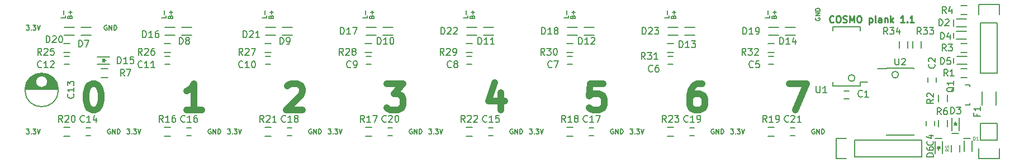
<source format=gto>
G04 #@! TF.FileFunction,Legend,Top*
%FSLAX46Y46*%
G04 Gerber Fmt 4.6, Leading zero omitted, Abs format (unit mm)*
G04 Created by KiCad (PCBNEW 4.0.4-1.fc25-product) date Thu Nov  3 21:21:28 2016*
%MOMM*%
%LPD*%
G01*
G04 APERTURE LIST*
%ADD10C,0.100000*%
%ADD11C,0.200000*%
%ADD12C,0.175000*%
%ADD13C,1.000000*%
%ADD14C,0.250000*%
%ADD15C,0.150000*%
%ADD16C,0.125000*%
G04 APERTURE END LIST*
D10*
D11*
X159766000Y-72644000D02*
X159766000Y-73406000D01*
X159766000Y-66802000D02*
X159766000Y-67818000D01*
X159766000Y-68834000D02*
X159766000Y-69596000D01*
X159512000Y-84074000D02*
X160528000Y-84074000D01*
X161290000Y-84836000D02*
X162306000Y-84836000D01*
X156972000Y-84836000D02*
X157988000Y-84836000D01*
X151384000Y-75184000D02*
G75*
G03X151384000Y-75184000I-508000J0D01*
G01*
X144780000Y-75692000D02*
G75*
G03X144780000Y-75692000I-508000J0D01*
G01*
D12*
X31470667Y-67722000D02*
X31404001Y-67688667D01*
X31304001Y-67688667D01*
X31204001Y-67722000D01*
X31137334Y-67788667D01*
X31104001Y-67855333D01*
X31070667Y-67988667D01*
X31070667Y-68088667D01*
X31104001Y-68222000D01*
X31137334Y-68288667D01*
X31204001Y-68355333D01*
X31304001Y-68388667D01*
X31370667Y-68388667D01*
X31470667Y-68355333D01*
X31504001Y-68322000D01*
X31504001Y-68088667D01*
X31370667Y-68088667D01*
X31804001Y-68388667D02*
X31804001Y-67688667D01*
X32204001Y-68388667D01*
X32204001Y-67688667D01*
X32537334Y-68388667D02*
X32537334Y-67688667D01*
X32704000Y-67688667D01*
X32804000Y-67722000D01*
X32870667Y-67788667D01*
X32904000Y-67855333D01*
X32937334Y-67988667D01*
X32937334Y-68088667D01*
X32904000Y-68222000D01*
X32870667Y-68288667D01*
X32804000Y-68355333D01*
X32704000Y-68388667D01*
X32537334Y-68388667D01*
X125966667Y-83436667D02*
X126400000Y-83436667D01*
X126166667Y-83703333D01*
X126266667Y-83703333D01*
X126333334Y-83736667D01*
X126366667Y-83770000D01*
X126400000Y-83836667D01*
X126400000Y-84003333D01*
X126366667Y-84070000D01*
X126333334Y-84103333D01*
X126266667Y-84136667D01*
X126066667Y-84136667D01*
X126000000Y-84103333D01*
X125966667Y-84070000D01*
X126700001Y-84070000D02*
X126733334Y-84103333D01*
X126700001Y-84136667D01*
X126666667Y-84103333D01*
X126700001Y-84070000D01*
X126700001Y-84136667D01*
X126966667Y-83436667D02*
X127400000Y-83436667D01*
X127166667Y-83703333D01*
X127266667Y-83703333D01*
X127333334Y-83736667D01*
X127366667Y-83770000D01*
X127400000Y-83836667D01*
X127400000Y-84003333D01*
X127366667Y-84070000D01*
X127333334Y-84103333D01*
X127266667Y-84136667D01*
X127066667Y-84136667D01*
X127000000Y-84103333D01*
X126966667Y-84070000D01*
X127600001Y-83436667D02*
X127833334Y-84136667D01*
X128066667Y-83436667D01*
X138658667Y-83470000D02*
X138592001Y-83436667D01*
X138492001Y-83436667D01*
X138392001Y-83470000D01*
X138325334Y-83536667D01*
X138292001Y-83603333D01*
X138258667Y-83736667D01*
X138258667Y-83836667D01*
X138292001Y-83970000D01*
X138325334Y-84036667D01*
X138392001Y-84103333D01*
X138492001Y-84136667D01*
X138558667Y-84136667D01*
X138658667Y-84103333D01*
X138692001Y-84070000D01*
X138692001Y-83836667D01*
X138558667Y-83836667D01*
X138992001Y-84136667D02*
X138992001Y-83436667D01*
X139392001Y-84136667D01*
X139392001Y-83436667D01*
X139725334Y-84136667D02*
X139725334Y-83436667D01*
X139892000Y-83436667D01*
X139992000Y-83470000D01*
X140058667Y-83536667D01*
X140092000Y-83603333D01*
X140125334Y-83736667D01*
X140125334Y-83836667D01*
X140092000Y-83970000D01*
X140058667Y-84036667D01*
X139992000Y-84103333D01*
X139892000Y-84136667D01*
X139725334Y-84136667D01*
X110726667Y-83436667D02*
X111160000Y-83436667D01*
X110926667Y-83703333D01*
X111026667Y-83703333D01*
X111093334Y-83736667D01*
X111126667Y-83770000D01*
X111160000Y-83836667D01*
X111160000Y-84003333D01*
X111126667Y-84070000D01*
X111093334Y-84103333D01*
X111026667Y-84136667D01*
X110826667Y-84136667D01*
X110760000Y-84103333D01*
X110726667Y-84070000D01*
X111460001Y-84070000D02*
X111493334Y-84103333D01*
X111460001Y-84136667D01*
X111426667Y-84103333D01*
X111460001Y-84070000D01*
X111460001Y-84136667D01*
X111726667Y-83436667D02*
X112160000Y-83436667D01*
X111926667Y-83703333D01*
X112026667Y-83703333D01*
X112093334Y-83736667D01*
X112126667Y-83770000D01*
X112160000Y-83836667D01*
X112160000Y-84003333D01*
X112126667Y-84070000D01*
X112093334Y-84103333D01*
X112026667Y-84136667D01*
X111826667Y-84136667D01*
X111760000Y-84103333D01*
X111726667Y-84070000D01*
X112360001Y-83436667D02*
X112593334Y-84136667D01*
X112826667Y-83436667D01*
X123418667Y-83470000D02*
X123352001Y-83436667D01*
X123252001Y-83436667D01*
X123152001Y-83470000D01*
X123085334Y-83536667D01*
X123052001Y-83603333D01*
X123018667Y-83736667D01*
X123018667Y-83836667D01*
X123052001Y-83970000D01*
X123085334Y-84036667D01*
X123152001Y-84103333D01*
X123252001Y-84136667D01*
X123318667Y-84136667D01*
X123418667Y-84103333D01*
X123452001Y-84070000D01*
X123452001Y-83836667D01*
X123318667Y-83836667D01*
X123752001Y-84136667D02*
X123752001Y-83436667D01*
X124152001Y-84136667D01*
X124152001Y-83436667D01*
X124485334Y-84136667D02*
X124485334Y-83436667D01*
X124652000Y-83436667D01*
X124752000Y-83470000D01*
X124818667Y-83536667D01*
X124852000Y-83603333D01*
X124885334Y-83736667D01*
X124885334Y-83836667D01*
X124852000Y-83970000D01*
X124818667Y-84036667D01*
X124752000Y-84103333D01*
X124652000Y-84136667D01*
X124485334Y-84136667D01*
X95486667Y-83436667D02*
X95920000Y-83436667D01*
X95686667Y-83703333D01*
X95786667Y-83703333D01*
X95853334Y-83736667D01*
X95886667Y-83770000D01*
X95920000Y-83836667D01*
X95920000Y-84003333D01*
X95886667Y-84070000D01*
X95853334Y-84103333D01*
X95786667Y-84136667D01*
X95586667Y-84136667D01*
X95520000Y-84103333D01*
X95486667Y-84070000D01*
X96220001Y-84070000D02*
X96253334Y-84103333D01*
X96220001Y-84136667D01*
X96186667Y-84103333D01*
X96220001Y-84070000D01*
X96220001Y-84136667D01*
X96486667Y-83436667D02*
X96920000Y-83436667D01*
X96686667Y-83703333D01*
X96786667Y-83703333D01*
X96853334Y-83736667D01*
X96886667Y-83770000D01*
X96920000Y-83836667D01*
X96920000Y-84003333D01*
X96886667Y-84070000D01*
X96853334Y-84103333D01*
X96786667Y-84136667D01*
X96586667Y-84136667D01*
X96520000Y-84103333D01*
X96486667Y-84070000D01*
X97120001Y-83436667D02*
X97353334Y-84136667D01*
X97586667Y-83436667D01*
X108178667Y-83470000D02*
X108112001Y-83436667D01*
X108012001Y-83436667D01*
X107912001Y-83470000D01*
X107845334Y-83536667D01*
X107812001Y-83603333D01*
X107778667Y-83736667D01*
X107778667Y-83836667D01*
X107812001Y-83970000D01*
X107845334Y-84036667D01*
X107912001Y-84103333D01*
X108012001Y-84136667D01*
X108078667Y-84136667D01*
X108178667Y-84103333D01*
X108212001Y-84070000D01*
X108212001Y-83836667D01*
X108078667Y-83836667D01*
X108512001Y-84136667D02*
X108512001Y-83436667D01*
X108912001Y-84136667D01*
X108912001Y-83436667D01*
X109245334Y-84136667D02*
X109245334Y-83436667D01*
X109412000Y-83436667D01*
X109512000Y-83470000D01*
X109578667Y-83536667D01*
X109612000Y-83603333D01*
X109645334Y-83736667D01*
X109645334Y-83836667D01*
X109612000Y-83970000D01*
X109578667Y-84036667D01*
X109512000Y-84103333D01*
X109412000Y-84136667D01*
X109245334Y-84136667D01*
X80246667Y-83436667D02*
X80680000Y-83436667D01*
X80446667Y-83703333D01*
X80546667Y-83703333D01*
X80613334Y-83736667D01*
X80646667Y-83770000D01*
X80680000Y-83836667D01*
X80680000Y-84003333D01*
X80646667Y-84070000D01*
X80613334Y-84103333D01*
X80546667Y-84136667D01*
X80346667Y-84136667D01*
X80280000Y-84103333D01*
X80246667Y-84070000D01*
X80980001Y-84070000D02*
X81013334Y-84103333D01*
X80980001Y-84136667D01*
X80946667Y-84103333D01*
X80980001Y-84070000D01*
X80980001Y-84136667D01*
X81246667Y-83436667D02*
X81680000Y-83436667D01*
X81446667Y-83703333D01*
X81546667Y-83703333D01*
X81613334Y-83736667D01*
X81646667Y-83770000D01*
X81680000Y-83836667D01*
X81680000Y-84003333D01*
X81646667Y-84070000D01*
X81613334Y-84103333D01*
X81546667Y-84136667D01*
X81346667Y-84136667D01*
X81280000Y-84103333D01*
X81246667Y-84070000D01*
X81880001Y-83436667D02*
X82113334Y-84136667D01*
X82346667Y-83436667D01*
X92938667Y-83470000D02*
X92872001Y-83436667D01*
X92772001Y-83436667D01*
X92672001Y-83470000D01*
X92605334Y-83536667D01*
X92572001Y-83603333D01*
X92538667Y-83736667D01*
X92538667Y-83836667D01*
X92572001Y-83970000D01*
X92605334Y-84036667D01*
X92672001Y-84103333D01*
X92772001Y-84136667D01*
X92838667Y-84136667D01*
X92938667Y-84103333D01*
X92972001Y-84070000D01*
X92972001Y-83836667D01*
X92838667Y-83836667D01*
X93272001Y-84136667D02*
X93272001Y-83436667D01*
X93672001Y-84136667D01*
X93672001Y-83436667D01*
X94005334Y-84136667D02*
X94005334Y-83436667D01*
X94172000Y-83436667D01*
X94272000Y-83470000D01*
X94338667Y-83536667D01*
X94372000Y-83603333D01*
X94405334Y-83736667D01*
X94405334Y-83836667D01*
X94372000Y-83970000D01*
X94338667Y-84036667D01*
X94272000Y-84103333D01*
X94172000Y-84136667D01*
X94005334Y-84136667D01*
X65006667Y-83436667D02*
X65440000Y-83436667D01*
X65206667Y-83703333D01*
X65306667Y-83703333D01*
X65373334Y-83736667D01*
X65406667Y-83770000D01*
X65440000Y-83836667D01*
X65440000Y-84003333D01*
X65406667Y-84070000D01*
X65373334Y-84103333D01*
X65306667Y-84136667D01*
X65106667Y-84136667D01*
X65040000Y-84103333D01*
X65006667Y-84070000D01*
X65740001Y-84070000D02*
X65773334Y-84103333D01*
X65740001Y-84136667D01*
X65706667Y-84103333D01*
X65740001Y-84070000D01*
X65740001Y-84136667D01*
X66006667Y-83436667D02*
X66440000Y-83436667D01*
X66206667Y-83703333D01*
X66306667Y-83703333D01*
X66373334Y-83736667D01*
X66406667Y-83770000D01*
X66440000Y-83836667D01*
X66440000Y-84003333D01*
X66406667Y-84070000D01*
X66373334Y-84103333D01*
X66306667Y-84136667D01*
X66106667Y-84136667D01*
X66040000Y-84103333D01*
X66006667Y-84070000D01*
X66640001Y-83436667D02*
X66873334Y-84136667D01*
X67106667Y-83436667D01*
X77698667Y-83470000D02*
X77632001Y-83436667D01*
X77532001Y-83436667D01*
X77432001Y-83470000D01*
X77365334Y-83536667D01*
X77332001Y-83603333D01*
X77298667Y-83736667D01*
X77298667Y-83836667D01*
X77332001Y-83970000D01*
X77365334Y-84036667D01*
X77432001Y-84103333D01*
X77532001Y-84136667D01*
X77598667Y-84136667D01*
X77698667Y-84103333D01*
X77732001Y-84070000D01*
X77732001Y-83836667D01*
X77598667Y-83836667D01*
X78032001Y-84136667D02*
X78032001Y-83436667D01*
X78432001Y-84136667D01*
X78432001Y-83436667D01*
X78765334Y-84136667D02*
X78765334Y-83436667D01*
X78932000Y-83436667D01*
X79032000Y-83470000D01*
X79098667Y-83536667D01*
X79132000Y-83603333D01*
X79165334Y-83736667D01*
X79165334Y-83836667D01*
X79132000Y-83970000D01*
X79098667Y-84036667D01*
X79032000Y-84103333D01*
X78932000Y-84136667D01*
X78765334Y-84136667D01*
X49766667Y-83436667D02*
X50200000Y-83436667D01*
X49966667Y-83703333D01*
X50066667Y-83703333D01*
X50133334Y-83736667D01*
X50166667Y-83770000D01*
X50200000Y-83836667D01*
X50200000Y-84003333D01*
X50166667Y-84070000D01*
X50133334Y-84103333D01*
X50066667Y-84136667D01*
X49866667Y-84136667D01*
X49800000Y-84103333D01*
X49766667Y-84070000D01*
X50500001Y-84070000D02*
X50533334Y-84103333D01*
X50500001Y-84136667D01*
X50466667Y-84103333D01*
X50500001Y-84070000D01*
X50500001Y-84136667D01*
X50766667Y-83436667D02*
X51200000Y-83436667D01*
X50966667Y-83703333D01*
X51066667Y-83703333D01*
X51133334Y-83736667D01*
X51166667Y-83770000D01*
X51200000Y-83836667D01*
X51200000Y-84003333D01*
X51166667Y-84070000D01*
X51133334Y-84103333D01*
X51066667Y-84136667D01*
X50866667Y-84136667D01*
X50800000Y-84103333D01*
X50766667Y-84070000D01*
X51400001Y-83436667D02*
X51633334Y-84136667D01*
X51866667Y-83436667D01*
X62458667Y-83470000D02*
X62392001Y-83436667D01*
X62292001Y-83436667D01*
X62192001Y-83470000D01*
X62125334Y-83536667D01*
X62092001Y-83603333D01*
X62058667Y-83736667D01*
X62058667Y-83836667D01*
X62092001Y-83970000D01*
X62125334Y-84036667D01*
X62192001Y-84103333D01*
X62292001Y-84136667D01*
X62358667Y-84136667D01*
X62458667Y-84103333D01*
X62492001Y-84070000D01*
X62492001Y-83836667D01*
X62358667Y-83836667D01*
X62792001Y-84136667D02*
X62792001Y-83436667D01*
X63192001Y-84136667D01*
X63192001Y-83436667D01*
X63525334Y-84136667D02*
X63525334Y-83436667D01*
X63692000Y-83436667D01*
X63792000Y-83470000D01*
X63858667Y-83536667D01*
X63892000Y-83603333D01*
X63925334Y-83736667D01*
X63925334Y-83836667D01*
X63892000Y-83970000D01*
X63858667Y-84036667D01*
X63792000Y-84103333D01*
X63692000Y-84136667D01*
X63525334Y-84136667D01*
X34526667Y-83436667D02*
X34960000Y-83436667D01*
X34726667Y-83703333D01*
X34826667Y-83703333D01*
X34893334Y-83736667D01*
X34926667Y-83770000D01*
X34960000Y-83836667D01*
X34960000Y-84003333D01*
X34926667Y-84070000D01*
X34893334Y-84103333D01*
X34826667Y-84136667D01*
X34626667Y-84136667D01*
X34560000Y-84103333D01*
X34526667Y-84070000D01*
X35260001Y-84070000D02*
X35293334Y-84103333D01*
X35260001Y-84136667D01*
X35226667Y-84103333D01*
X35260001Y-84070000D01*
X35260001Y-84136667D01*
X35526667Y-83436667D02*
X35960000Y-83436667D01*
X35726667Y-83703333D01*
X35826667Y-83703333D01*
X35893334Y-83736667D01*
X35926667Y-83770000D01*
X35960000Y-83836667D01*
X35960000Y-84003333D01*
X35926667Y-84070000D01*
X35893334Y-84103333D01*
X35826667Y-84136667D01*
X35626667Y-84136667D01*
X35560000Y-84103333D01*
X35526667Y-84070000D01*
X36160001Y-83436667D02*
X36393334Y-84136667D01*
X36626667Y-83436667D01*
X47218667Y-83470000D02*
X47152001Y-83436667D01*
X47052001Y-83436667D01*
X46952001Y-83470000D01*
X46885334Y-83536667D01*
X46852001Y-83603333D01*
X46818667Y-83736667D01*
X46818667Y-83836667D01*
X46852001Y-83970000D01*
X46885334Y-84036667D01*
X46952001Y-84103333D01*
X47052001Y-84136667D01*
X47118667Y-84136667D01*
X47218667Y-84103333D01*
X47252001Y-84070000D01*
X47252001Y-83836667D01*
X47118667Y-83836667D01*
X47552001Y-84136667D02*
X47552001Y-83436667D01*
X47952001Y-84136667D01*
X47952001Y-83436667D01*
X48285334Y-84136667D02*
X48285334Y-83436667D01*
X48452000Y-83436667D01*
X48552000Y-83470000D01*
X48618667Y-83536667D01*
X48652000Y-83603333D01*
X48685334Y-83736667D01*
X48685334Y-83836667D01*
X48652000Y-83970000D01*
X48618667Y-84036667D01*
X48552000Y-84103333D01*
X48452000Y-84136667D01*
X48285334Y-84136667D01*
X31978667Y-83470000D02*
X31912001Y-83436667D01*
X31812001Y-83436667D01*
X31712001Y-83470000D01*
X31645334Y-83536667D01*
X31612001Y-83603333D01*
X31578667Y-83736667D01*
X31578667Y-83836667D01*
X31612001Y-83970000D01*
X31645334Y-84036667D01*
X31712001Y-84103333D01*
X31812001Y-84136667D01*
X31878667Y-84136667D01*
X31978667Y-84103333D01*
X32012001Y-84070000D01*
X32012001Y-83836667D01*
X31878667Y-83836667D01*
X32312001Y-84136667D02*
X32312001Y-83436667D01*
X32712001Y-84136667D01*
X32712001Y-83436667D01*
X33045334Y-84136667D02*
X33045334Y-83436667D01*
X33212000Y-83436667D01*
X33312000Y-83470000D01*
X33378667Y-83536667D01*
X33412000Y-83603333D01*
X33445334Y-83736667D01*
X33445334Y-83836667D01*
X33412000Y-83970000D01*
X33378667Y-84036667D01*
X33312000Y-84103333D01*
X33212000Y-84136667D01*
X33045334Y-84136667D01*
X19286667Y-83436667D02*
X19720000Y-83436667D01*
X19486667Y-83703333D01*
X19586667Y-83703333D01*
X19653334Y-83736667D01*
X19686667Y-83770000D01*
X19720000Y-83836667D01*
X19720000Y-84003333D01*
X19686667Y-84070000D01*
X19653334Y-84103333D01*
X19586667Y-84136667D01*
X19386667Y-84136667D01*
X19320000Y-84103333D01*
X19286667Y-84070000D01*
X20020001Y-84070000D02*
X20053334Y-84103333D01*
X20020001Y-84136667D01*
X19986667Y-84103333D01*
X20020001Y-84070000D01*
X20020001Y-84136667D01*
X20286667Y-83436667D02*
X20720000Y-83436667D01*
X20486667Y-83703333D01*
X20586667Y-83703333D01*
X20653334Y-83736667D01*
X20686667Y-83770000D01*
X20720000Y-83836667D01*
X20720000Y-84003333D01*
X20686667Y-84070000D01*
X20653334Y-84103333D01*
X20586667Y-84136667D01*
X20386667Y-84136667D01*
X20320000Y-84103333D01*
X20286667Y-84070000D01*
X20920001Y-83436667D02*
X21153334Y-84136667D01*
X21386667Y-83436667D01*
X19286667Y-67688667D02*
X19720000Y-67688667D01*
X19486667Y-67955333D01*
X19586667Y-67955333D01*
X19653334Y-67988667D01*
X19686667Y-68022000D01*
X19720000Y-68088667D01*
X19720000Y-68255333D01*
X19686667Y-68322000D01*
X19653334Y-68355333D01*
X19586667Y-68388667D01*
X19386667Y-68388667D01*
X19320000Y-68355333D01*
X19286667Y-68322000D01*
X20020001Y-68322000D02*
X20053334Y-68355333D01*
X20020001Y-68388667D01*
X19986667Y-68355333D01*
X20020001Y-68322000D01*
X20020001Y-68388667D01*
X20286667Y-67688667D02*
X20720000Y-67688667D01*
X20486667Y-67955333D01*
X20586667Y-67955333D01*
X20653334Y-67988667D01*
X20686667Y-68022000D01*
X20720000Y-68088667D01*
X20720000Y-68255333D01*
X20686667Y-68322000D01*
X20653334Y-68355333D01*
X20586667Y-68388667D01*
X20386667Y-68388667D01*
X20320000Y-68355333D01*
X20286667Y-68322000D01*
X20920001Y-67688667D02*
X21153334Y-68388667D01*
X21386667Y-67688667D01*
X138842000Y-66573333D02*
X138808667Y-66639999D01*
X138808667Y-66739999D01*
X138842000Y-66839999D01*
X138908667Y-66906666D01*
X138975333Y-66939999D01*
X139108667Y-66973333D01*
X139208667Y-66973333D01*
X139342000Y-66939999D01*
X139408667Y-66906666D01*
X139475333Y-66839999D01*
X139508667Y-66739999D01*
X139508667Y-66673333D01*
X139475333Y-66573333D01*
X139442000Y-66539999D01*
X139208667Y-66539999D01*
X139208667Y-66673333D01*
X139508667Y-66239999D02*
X138808667Y-66239999D01*
X139508667Y-65839999D01*
X138808667Y-65839999D01*
X139508667Y-65506666D02*
X138808667Y-65506666D01*
X138808667Y-65340000D01*
X138842000Y-65240000D01*
X138908667Y-65173333D01*
X138975333Y-65140000D01*
X139108667Y-65106666D01*
X139208667Y-65106666D01*
X139342000Y-65140000D01*
X139408667Y-65173333D01*
X139475333Y-65240000D01*
X139508667Y-65340000D01*
X139508667Y-65506666D01*
X132538000Y-66423333D02*
X132571333Y-66323333D01*
X132604667Y-66290000D01*
X132671333Y-66256666D01*
X132771333Y-66256666D01*
X132838000Y-66290000D01*
X132871333Y-66323333D01*
X132904667Y-66390000D01*
X132904667Y-66656666D01*
X132204667Y-66656666D01*
X132204667Y-66423333D01*
X132238000Y-66356666D01*
X132271333Y-66323333D01*
X132338000Y-66290000D01*
X132404667Y-66290000D01*
X132471333Y-66323333D01*
X132504667Y-66356666D01*
X132538000Y-66423333D01*
X132538000Y-66656666D01*
X132638000Y-65956666D02*
X132638000Y-65423333D01*
X132904667Y-65690000D02*
X132371333Y-65690000D01*
X131888667Y-66256667D02*
X131888667Y-66590000D01*
X131188667Y-66590000D01*
X131622000Y-66023333D02*
X131622000Y-65490000D01*
X117298000Y-66423333D02*
X117331333Y-66323333D01*
X117364667Y-66290000D01*
X117431333Y-66256666D01*
X117531333Y-66256666D01*
X117598000Y-66290000D01*
X117631333Y-66323333D01*
X117664667Y-66390000D01*
X117664667Y-66656666D01*
X116964667Y-66656666D01*
X116964667Y-66423333D01*
X116998000Y-66356666D01*
X117031333Y-66323333D01*
X117098000Y-66290000D01*
X117164667Y-66290000D01*
X117231333Y-66323333D01*
X117264667Y-66356666D01*
X117298000Y-66423333D01*
X117298000Y-66656666D01*
X117398000Y-65956666D02*
X117398000Y-65423333D01*
X117664667Y-65690000D02*
X117131333Y-65690000D01*
X116648667Y-66256667D02*
X116648667Y-66590000D01*
X115948667Y-66590000D01*
X116382000Y-66023333D02*
X116382000Y-65490000D01*
X102058000Y-66423333D02*
X102091333Y-66323333D01*
X102124667Y-66290000D01*
X102191333Y-66256666D01*
X102291333Y-66256666D01*
X102358000Y-66290000D01*
X102391333Y-66323333D01*
X102424667Y-66390000D01*
X102424667Y-66656666D01*
X101724667Y-66656666D01*
X101724667Y-66423333D01*
X101758000Y-66356666D01*
X101791333Y-66323333D01*
X101858000Y-66290000D01*
X101924667Y-66290000D01*
X101991333Y-66323333D01*
X102024667Y-66356666D01*
X102058000Y-66423333D01*
X102058000Y-66656666D01*
X102158000Y-65956666D02*
X102158000Y-65423333D01*
X102424667Y-65690000D02*
X101891333Y-65690000D01*
X101408667Y-66256667D02*
X101408667Y-66590000D01*
X100708667Y-66590000D01*
X101142000Y-66023333D02*
X101142000Y-65490000D01*
X86818000Y-66423333D02*
X86851333Y-66323333D01*
X86884667Y-66290000D01*
X86951333Y-66256666D01*
X87051333Y-66256666D01*
X87118000Y-66290000D01*
X87151333Y-66323333D01*
X87184667Y-66390000D01*
X87184667Y-66656666D01*
X86484667Y-66656666D01*
X86484667Y-66423333D01*
X86518000Y-66356666D01*
X86551333Y-66323333D01*
X86618000Y-66290000D01*
X86684667Y-66290000D01*
X86751333Y-66323333D01*
X86784667Y-66356666D01*
X86818000Y-66423333D01*
X86818000Y-66656666D01*
X86918000Y-65956666D02*
X86918000Y-65423333D01*
X87184667Y-65690000D02*
X86651333Y-65690000D01*
X86168667Y-66256667D02*
X86168667Y-66590000D01*
X85468667Y-66590000D01*
X85902000Y-66023333D02*
X85902000Y-65490000D01*
X71578000Y-66423333D02*
X71611333Y-66323333D01*
X71644667Y-66290000D01*
X71711333Y-66256666D01*
X71811333Y-66256666D01*
X71878000Y-66290000D01*
X71911333Y-66323333D01*
X71944667Y-66390000D01*
X71944667Y-66656666D01*
X71244667Y-66656666D01*
X71244667Y-66423333D01*
X71278000Y-66356666D01*
X71311333Y-66323333D01*
X71378000Y-66290000D01*
X71444667Y-66290000D01*
X71511333Y-66323333D01*
X71544667Y-66356666D01*
X71578000Y-66423333D01*
X71578000Y-66656666D01*
X71678000Y-65956666D02*
X71678000Y-65423333D01*
X71944667Y-65690000D02*
X71411333Y-65690000D01*
X70928667Y-66256667D02*
X70928667Y-66590000D01*
X70228667Y-66590000D01*
X70662000Y-66023333D02*
X70662000Y-65490000D01*
X56338000Y-66423333D02*
X56371333Y-66323333D01*
X56404667Y-66290000D01*
X56471333Y-66256666D01*
X56571333Y-66256666D01*
X56638000Y-66290000D01*
X56671333Y-66323333D01*
X56704667Y-66390000D01*
X56704667Y-66656666D01*
X56004667Y-66656666D01*
X56004667Y-66423333D01*
X56038000Y-66356666D01*
X56071333Y-66323333D01*
X56138000Y-66290000D01*
X56204667Y-66290000D01*
X56271333Y-66323333D01*
X56304667Y-66356666D01*
X56338000Y-66423333D01*
X56338000Y-66656666D01*
X56438000Y-65956666D02*
X56438000Y-65423333D01*
X56704667Y-65690000D02*
X56171333Y-65690000D01*
X55688667Y-66256667D02*
X55688667Y-66590000D01*
X54988667Y-66590000D01*
X55422000Y-66023333D02*
X55422000Y-65490000D01*
X41098000Y-66423333D02*
X41131333Y-66323333D01*
X41164667Y-66290000D01*
X41231333Y-66256666D01*
X41331333Y-66256666D01*
X41398000Y-66290000D01*
X41431333Y-66323333D01*
X41464667Y-66390000D01*
X41464667Y-66656666D01*
X40764667Y-66656666D01*
X40764667Y-66423333D01*
X40798000Y-66356666D01*
X40831333Y-66323333D01*
X40898000Y-66290000D01*
X40964667Y-66290000D01*
X41031333Y-66323333D01*
X41064667Y-66356666D01*
X41098000Y-66423333D01*
X41098000Y-66656666D01*
X41198000Y-65956666D02*
X41198000Y-65423333D01*
X41464667Y-65690000D02*
X40931333Y-65690000D01*
X40448667Y-66256667D02*
X40448667Y-66590000D01*
X39748667Y-66590000D01*
X40182000Y-66023333D02*
X40182000Y-65490000D01*
X25858000Y-66423333D02*
X25891333Y-66323333D01*
X25924667Y-66290000D01*
X25991333Y-66256666D01*
X26091333Y-66256666D01*
X26158000Y-66290000D01*
X26191333Y-66323333D01*
X26224667Y-66390000D01*
X26224667Y-66656666D01*
X25524667Y-66656666D01*
X25524667Y-66423333D01*
X25558000Y-66356666D01*
X25591333Y-66323333D01*
X25658000Y-66290000D01*
X25724667Y-66290000D01*
X25791333Y-66323333D01*
X25824667Y-66356666D01*
X25858000Y-66423333D01*
X25858000Y-66656666D01*
X25958000Y-65956666D02*
X25958000Y-65423333D01*
X26224667Y-65690000D02*
X25691333Y-65690000D01*
X25208667Y-66256667D02*
X25208667Y-66590000D01*
X24508667Y-66590000D01*
X24942000Y-66023333D02*
X24942000Y-65490000D01*
D13*
X134810667Y-76549524D02*
X137477333Y-76549524D01*
X135763048Y-80549524D01*
X121665905Y-76549524D02*
X120904000Y-76549524D01*
X120523048Y-76740000D01*
X120332571Y-76930476D01*
X119951619Y-77501905D01*
X119761143Y-78263810D01*
X119761143Y-79787619D01*
X119951619Y-80168571D01*
X120142095Y-80359048D01*
X120523048Y-80549524D01*
X121284952Y-80549524D01*
X121665905Y-80359048D01*
X121856381Y-80168571D01*
X122046857Y-79787619D01*
X122046857Y-78835238D01*
X121856381Y-78454286D01*
X121665905Y-78263810D01*
X121284952Y-78073333D01*
X120523048Y-78073333D01*
X120142095Y-78263810D01*
X119951619Y-78454286D01*
X119761143Y-78835238D01*
X106616381Y-76549524D02*
X104711619Y-76549524D01*
X104521143Y-78454286D01*
X104711619Y-78263810D01*
X105092571Y-78073333D01*
X106044952Y-78073333D01*
X106425905Y-78263810D01*
X106616381Y-78454286D01*
X106806857Y-78835238D01*
X106806857Y-79787619D01*
X106616381Y-80168571D01*
X106425905Y-80359048D01*
X106044952Y-80549524D01*
X105092571Y-80549524D01*
X104711619Y-80359048D01*
X104521143Y-80168571D01*
X91185905Y-77882857D02*
X91185905Y-80549524D01*
X90233524Y-76359048D02*
X89281143Y-79216190D01*
X91757333Y-79216190D01*
X73850667Y-76549524D02*
X76326857Y-76549524D01*
X74993524Y-78073333D01*
X75564952Y-78073333D01*
X75945905Y-78263810D01*
X76136381Y-78454286D01*
X76326857Y-78835238D01*
X76326857Y-79787619D01*
X76136381Y-80168571D01*
X75945905Y-80359048D01*
X75564952Y-80549524D01*
X74422095Y-80549524D01*
X74041143Y-80359048D01*
X73850667Y-80168571D01*
X58801143Y-76930476D02*
X58991619Y-76740000D01*
X59372571Y-76549524D01*
X60324952Y-76549524D01*
X60705905Y-76740000D01*
X60896381Y-76930476D01*
X61086857Y-77311429D01*
X61086857Y-77692381D01*
X60896381Y-78263810D01*
X58610667Y-80549524D01*
X61086857Y-80549524D01*
X45846857Y-80549524D02*
X43561143Y-80549524D01*
X44704000Y-80549524D02*
X44704000Y-76549524D01*
X44323048Y-77120952D01*
X43942095Y-77501905D01*
X43561143Y-77692381D01*
X29273524Y-76549524D02*
X29654476Y-76549524D01*
X30035428Y-76740000D01*
X30225905Y-76930476D01*
X30416381Y-77311429D01*
X30606857Y-78073333D01*
X30606857Y-79025714D01*
X30416381Y-79787619D01*
X30225905Y-80168571D01*
X30035428Y-80359048D01*
X29654476Y-80549524D01*
X29273524Y-80549524D01*
X28892571Y-80359048D01*
X28702095Y-80168571D01*
X28511619Y-79787619D01*
X28321143Y-79025714D01*
X28321143Y-78073333D01*
X28511619Y-77311429D01*
X28702095Y-76930476D01*
X28892571Y-76740000D01*
X29273524Y-76549524D01*
D14*
X141558095Y-67159143D02*
X141510476Y-67206762D01*
X141367619Y-67254381D01*
X141272381Y-67254381D01*
X141129523Y-67206762D01*
X141034285Y-67111524D01*
X140986666Y-67016286D01*
X140939047Y-66825810D01*
X140939047Y-66682952D01*
X140986666Y-66492476D01*
X141034285Y-66397238D01*
X141129523Y-66302000D01*
X141272381Y-66254381D01*
X141367619Y-66254381D01*
X141510476Y-66302000D01*
X141558095Y-66349619D01*
X142177142Y-66254381D02*
X142367619Y-66254381D01*
X142462857Y-66302000D01*
X142558095Y-66397238D01*
X142605714Y-66587714D01*
X142605714Y-66921048D01*
X142558095Y-67111524D01*
X142462857Y-67206762D01*
X142367619Y-67254381D01*
X142177142Y-67254381D01*
X142081904Y-67206762D01*
X141986666Y-67111524D01*
X141939047Y-66921048D01*
X141939047Y-66587714D01*
X141986666Y-66397238D01*
X142081904Y-66302000D01*
X142177142Y-66254381D01*
X142986666Y-67206762D02*
X143129523Y-67254381D01*
X143367619Y-67254381D01*
X143462857Y-67206762D01*
X143510476Y-67159143D01*
X143558095Y-67063905D01*
X143558095Y-66968667D01*
X143510476Y-66873429D01*
X143462857Y-66825810D01*
X143367619Y-66778190D01*
X143177142Y-66730571D01*
X143081904Y-66682952D01*
X143034285Y-66635333D01*
X142986666Y-66540095D01*
X142986666Y-66444857D01*
X143034285Y-66349619D01*
X143081904Y-66302000D01*
X143177142Y-66254381D01*
X143415238Y-66254381D01*
X143558095Y-66302000D01*
X143986666Y-67254381D02*
X143986666Y-66254381D01*
X144320000Y-66968667D01*
X144653333Y-66254381D01*
X144653333Y-67254381D01*
X145319999Y-66254381D02*
X145510476Y-66254381D01*
X145605714Y-66302000D01*
X145700952Y-66397238D01*
X145748571Y-66587714D01*
X145748571Y-66921048D01*
X145700952Y-67111524D01*
X145605714Y-67206762D01*
X145510476Y-67254381D01*
X145319999Y-67254381D01*
X145224761Y-67206762D01*
X145129523Y-67111524D01*
X145081904Y-66921048D01*
X145081904Y-66587714D01*
X145129523Y-66397238D01*
X145224761Y-66302000D01*
X145319999Y-66254381D01*
X146939047Y-66587714D02*
X146939047Y-67587714D01*
X146939047Y-66635333D02*
X147034285Y-66587714D01*
X147224762Y-66587714D01*
X147320000Y-66635333D01*
X147367619Y-66682952D01*
X147415238Y-66778190D01*
X147415238Y-67063905D01*
X147367619Y-67159143D01*
X147320000Y-67206762D01*
X147224762Y-67254381D01*
X147034285Y-67254381D01*
X146939047Y-67206762D01*
X147986666Y-67254381D02*
X147891428Y-67206762D01*
X147843809Y-67111524D01*
X147843809Y-66254381D01*
X148796191Y-67254381D02*
X148796191Y-66730571D01*
X148748572Y-66635333D01*
X148653334Y-66587714D01*
X148462857Y-66587714D01*
X148367619Y-66635333D01*
X148796191Y-67206762D02*
X148700953Y-67254381D01*
X148462857Y-67254381D01*
X148367619Y-67206762D01*
X148320000Y-67111524D01*
X148320000Y-67016286D01*
X148367619Y-66921048D01*
X148462857Y-66873429D01*
X148700953Y-66873429D01*
X148796191Y-66825810D01*
X149272381Y-66587714D02*
X149272381Y-67254381D01*
X149272381Y-66682952D02*
X149320000Y-66635333D01*
X149415238Y-66587714D01*
X149558096Y-66587714D01*
X149653334Y-66635333D01*
X149700953Y-66730571D01*
X149700953Y-67254381D01*
X150177143Y-67254381D02*
X150177143Y-66254381D01*
X150272381Y-66873429D02*
X150558096Y-67254381D01*
X150558096Y-66587714D02*
X150177143Y-66968667D01*
X152272382Y-67254381D02*
X151700953Y-67254381D01*
X151986667Y-67254381D02*
X151986667Y-66254381D01*
X151891429Y-66397238D01*
X151796191Y-66492476D01*
X151700953Y-66540095D01*
X152700953Y-67159143D02*
X152748572Y-67206762D01*
X152700953Y-67254381D01*
X152653334Y-67206762D01*
X152700953Y-67159143D01*
X152700953Y-67254381D01*
X153700953Y-67254381D02*
X153129524Y-67254381D01*
X153415238Y-67254381D02*
X153415238Y-66254381D01*
X153320000Y-66397238D01*
X153224762Y-66492476D01*
X153129524Y-66540095D01*
D15*
X116340000Y-70445000D02*
X117340000Y-70445000D01*
X117340000Y-71795000D02*
X116340000Y-71795000D01*
X89300000Y-83220000D02*
X90000000Y-83220000D01*
X90000000Y-84420000D02*
X89300000Y-84420000D01*
X85860000Y-83145000D02*
X86860000Y-83145000D01*
X86860000Y-84495000D02*
X85860000Y-84495000D01*
X104540000Y-83220000D02*
X105240000Y-83220000D01*
X105240000Y-84420000D02*
X104540000Y-84420000D01*
X101100000Y-83145000D02*
X102100000Y-83145000D01*
X102100000Y-84495000D02*
X101100000Y-84495000D01*
X143160000Y-77632000D02*
X143860000Y-77632000D01*
X143860000Y-78832000D02*
X143160000Y-78832000D01*
X157064000Y-75596000D02*
X157064000Y-76296000D01*
X155864000Y-76296000D02*
X155864000Y-75596000D01*
X156810000Y-82212000D02*
X156810000Y-82912000D01*
X155610000Y-82912000D02*
X155610000Y-82212000D01*
X131730000Y-72425000D02*
X132430000Y-72425000D01*
X132430000Y-73625000D02*
X131730000Y-73625000D01*
X116490000Y-72425000D02*
X117190000Y-72425000D01*
X117190000Y-73625000D02*
X116490000Y-73625000D01*
X101250000Y-72425000D02*
X101950000Y-72425000D01*
X101950000Y-73625000D02*
X101250000Y-73625000D01*
X86010000Y-72425000D02*
X86710000Y-72425000D01*
X86710000Y-73625000D02*
X86010000Y-73625000D01*
X70770000Y-72425000D02*
X71470000Y-72425000D01*
X71470000Y-73625000D02*
X70770000Y-73625000D01*
X55530000Y-72425000D02*
X56230000Y-72425000D01*
X56230000Y-73625000D02*
X55530000Y-73625000D01*
X40290000Y-72425000D02*
X40990000Y-72425000D01*
X40990000Y-73625000D02*
X40290000Y-73625000D01*
X25050000Y-72425000D02*
X25750000Y-72425000D01*
X25750000Y-73625000D02*
X25050000Y-73625000D01*
X19091000Y-77415000D02*
X24089000Y-77415000D01*
X19099000Y-77275000D02*
X24081000Y-77275000D01*
X19115000Y-77135000D02*
X21495000Y-77135000D01*
X21685000Y-77135000D02*
X24065000Y-77135000D01*
X19139000Y-76995000D02*
X21100000Y-76995000D01*
X22080000Y-76995000D02*
X24041000Y-76995000D01*
X19172000Y-76855000D02*
X20933000Y-76855000D01*
X22247000Y-76855000D02*
X24008000Y-76855000D01*
X19213000Y-76715000D02*
X20826000Y-76715000D01*
X22354000Y-76715000D02*
X23967000Y-76715000D01*
X19263000Y-76575000D02*
X20755000Y-76575000D01*
X22425000Y-76575000D02*
X23917000Y-76575000D01*
X19324000Y-76435000D02*
X20711000Y-76435000D01*
X22469000Y-76435000D02*
X23856000Y-76435000D01*
X19394000Y-76295000D02*
X20692000Y-76295000D01*
X22488000Y-76295000D02*
X23786000Y-76295000D01*
X19476000Y-76155000D02*
X20694000Y-76155000D01*
X22486000Y-76155000D02*
X23704000Y-76155000D01*
X19571000Y-76015000D02*
X20719000Y-76015000D01*
X22461000Y-76015000D02*
X23609000Y-76015000D01*
X19682000Y-75875000D02*
X20767000Y-75875000D01*
X22413000Y-75875000D02*
X23498000Y-75875000D01*
X19810000Y-75735000D02*
X20845000Y-75735000D01*
X22335000Y-75735000D02*
X23370000Y-75735000D01*
X19959000Y-75595000D02*
X20962000Y-75595000D01*
X22218000Y-75595000D02*
X23221000Y-75595000D01*
X20138000Y-75455000D02*
X21150000Y-75455000D01*
X22030000Y-75455000D02*
X23042000Y-75455000D01*
X20357000Y-75315000D02*
X22823000Y-75315000D01*
X20646000Y-75175000D02*
X22534000Y-75175000D01*
X21118000Y-75035000D02*
X22062000Y-75035000D01*
X22490000Y-76240000D02*
G75*
G03X22490000Y-76240000I-900000J0D01*
G01*
X24127500Y-77490000D02*
G75*
G03X24127500Y-77490000I-2537500J0D01*
G01*
X28340000Y-83220000D02*
X29040000Y-83220000D01*
X29040000Y-84420000D02*
X28340000Y-84420000D01*
X43580000Y-83220000D02*
X44280000Y-83220000D01*
X44280000Y-84420000D02*
X43580000Y-84420000D01*
X58820000Y-83220000D02*
X59520000Y-83220000D01*
X59520000Y-84420000D02*
X58820000Y-84420000D01*
X119780000Y-83220000D02*
X120480000Y-83220000D01*
X120480000Y-84420000D02*
X119780000Y-84420000D01*
X74060000Y-83220000D02*
X74760000Y-83220000D01*
X74760000Y-84420000D02*
X74060000Y-84420000D01*
X135020000Y-83220000D02*
X135720000Y-83220000D01*
X135720000Y-84420000D02*
X135020000Y-84420000D01*
X162525000Y-86760000D02*
X162525000Y-85210000D01*
X161325000Y-86760000D02*
X161325000Y-85210000D01*
X161690000Y-66710000D02*
X160140000Y-66710000D01*
X161690000Y-67910000D02*
X160140000Y-67910000D01*
X160570000Y-83650000D02*
X160570000Y-81750000D01*
X159470000Y-83650000D02*
X159470000Y-81750000D01*
X160020000Y-82750000D02*
X160020000Y-82300000D01*
X159770000Y-82800000D02*
X160270000Y-82800000D01*
X160020000Y-82800000D02*
X159770000Y-82550000D01*
X159770000Y-82550000D02*
X160270000Y-82550000D01*
X160270000Y-82550000D02*
X160020000Y-82800000D01*
X161690000Y-68615000D02*
X160140000Y-68615000D01*
X161690000Y-69815000D02*
X160140000Y-69815000D01*
X161755000Y-72425000D02*
X160205000Y-72425000D01*
X161755000Y-73625000D02*
X160205000Y-73625000D01*
X156930000Y-85260000D02*
X156930000Y-87160000D01*
X158030000Y-85260000D02*
X158030000Y-87160000D01*
X157480000Y-86160000D02*
X157480000Y-86610000D01*
X157730000Y-86110000D02*
X157230000Y-86110000D01*
X157480000Y-86110000D02*
X157730000Y-86360000D01*
X157730000Y-86360000D02*
X157230000Y-86360000D01*
X157230000Y-86360000D02*
X157480000Y-86110000D01*
X27540000Y-69180000D02*
X29090000Y-69180000D01*
X27540000Y-67980000D02*
X29090000Y-67980000D01*
X42780000Y-69180000D02*
X44330000Y-69180000D01*
X42780000Y-67980000D02*
X44330000Y-67980000D01*
X58020000Y-69180000D02*
X59570000Y-69180000D01*
X58020000Y-67980000D02*
X59570000Y-67980000D01*
X73260000Y-69180000D02*
X74810000Y-69180000D01*
X73260000Y-67980000D02*
X74810000Y-67980000D01*
X88500000Y-69180000D02*
X90050000Y-69180000D01*
X88500000Y-67980000D02*
X90050000Y-67980000D01*
X103740000Y-69180000D02*
X105290000Y-69180000D01*
X103740000Y-67980000D02*
X105290000Y-67980000D01*
X118980000Y-69180000D02*
X120530000Y-69180000D01*
X118980000Y-67980000D02*
X120530000Y-67980000D01*
X134220000Y-69180000D02*
X135770000Y-69180000D01*
X134220000Y-67980000D02*
X135770000Y-67980000D01*
X30015000Y-73575000D02*
X31915000Y-73575000D01*
X30015000Y-72475000D02*
X31915000Y-72475000D01*
X30915000Y-73025000D02*
X31365000Y-73025000D01*
X30865000Y-72775000D02*
X30865000Y-73275000D01*
X30865000Y-73025000D02*
X31115000Y-72775000D01*
X31115000Y-72775000D02*
X31115000Y-73275000D01*
X31115000Y-73275000D02*
X30865000Y-73025000D01*
X40240000Y-69180000D02*
X41790000Y-69180000D01*
X40240000Y-67980000D02*
X41790000Y-67980000D01*
X70720000Y-69180000D02*
X72270000Y-69180000D01*
X70720000Y-67980000D02*
X72270000Y-67980000D01*
X101200000Y-69180000D02*
X102750000Y-69180000D01*
X101200000Y-67980000D02*
X102750000Y-67980000D01*
X131680000Y-69180000D02*
X133230000Y-69180000D01*
X131680000Y-67980000D02*
X133230000Y-67980000D01*
X25000000Y-69180000D02*
X26550000Y-69180000D01*
X25000000Y-67980000D02*
X26550000Y-67980000D01*
X55480000Y-69180000D02*
X57030000Y-69180000D01*
X55480000Y-67980000D02*
X57030000Y-67980000D01*
X85960000Y-69180000D02*
X87510000Y-69180000D01*
X85960000Y-67980000D02*
X87510000Y-67980000D01*
X116440000Y-69180000D02*
X117990000Y-69180000D01*
X116440000Y-67980000D02*
X117990000Y-67980000D01*
X163830000Y-85090000D02*
X163830000Y-82550000D01*
X163550000Y-87910000D02*
X163550000Y-86360000D01*
X163830000Y-85090000D02*
X166370000Y-85090000D01*
X166650000Y-86360000D02*
X166650000Y-87910000D01*
X166650000Y-87910000D02*
X163550000Y-87910000D01*
X166370000Y-85090000D02*
X166370000Y-82550000D01*
X166370000Y-82550000D02*
X163830000Y-82550000D01*
X163830000Y-67310000D02*
X163830000Y-74930000D01*
X166370000Y-67310000D02*
X166370000Y-74930000D01*
X166650000Y-64490000D02*
X166650000Y-66040000D01*
X163830000Y-74930000D02*
X166370000Y-74930000D01*
X166370000Y-67310000D02*
X163830000Y-67310000D01*
X163550000Y-66040000D02*
X163550000Y-64490000D01*
X163550000Y-64490000D02*
X166650000Y-64490000D01*
X162194240Y-79531160D02*
X162194240Y-79482900D01*
X161493200Y-76732180D02*
X162194240Y-76732180D01*
X162194240Y-76732180D02*
X162194240Y-76981100D01*
X162194240Y-79531160D02*
X162194240Y-79731820D01*
X162194240Y-79731820D02*
X161493200Y-79731820D01*
X161790000Y-75605000D02*
X160790000Y-75605000D01*
X160790000Y-74255000D02*
X161790000Y-74255000D01*
X158790000Y-78240000D02*
X158790000Y-79240000D01*
X157440000Y-79240000D02*
X157440000Y-78240000D01*
X161790000Y-71795000D02*
X160790000Y-71795000D01*
X160790000Y-70445000D02*
X161790000Y-70445000D01*
X161790000Y-66080000D02*
X160790000Y-66080000D01*
X160790000Y-64730000D02*
X161790000Y-64730000D01*
X160695000Y-85860000D02*
X160695000Y-86860000D01*
X159345000Y-86860000D02*
X159345000Y-85860000D01*
X157440000Y-83050000D02*
X157440000Y-82050000D01*
X158790000Y-82050000D02*
X158790000Y-83050000D01*
X31615000Y-75605000D02*
X30615000Y-75605000D01*
X30615000Y-74255000D02*
X31615000Y-74255000D01*
X40140000Y-83145000D02*
X41140000Y-83145000D01*
X41140000Y-84495000D02*
X40140000Y-84495000D01*
X70620000Y-83145000D02*
X71620000Y-83145000D01*
X71620000Y-84495000D02*
X70620000Y-84495000D01*
X131580000Y-83145000D02*
X132580000Y-83145000D01*
X132580000Y-84495000D02*
X131580000Y-84495000D01*
X24900000Y-83145000D02*
X25900000Y-83145000D01*
X25900000Y-84495000D02*
X24900000Y-84495000D01*
X55380000Y-83145000D02*
X56380000Y-83145000D01*
X56380000Y-84495000D02*
X55380000Y-84495000D01*
X116340000Y-83145000D02*
X117340000Y-83145000D01*
X117340000Y-84495000D02*
X116340000Y-84495000D01*
X145585000Y-76865000D02*
X145585000Y-76307500D01*
X141435000Y-76865000D02*
X141435000Y-76307500D01*
X141435000Y-67915000D02*
X141435000Y-68472500D01*
X145585000Y-67915000D02*
X145585000Y-68472500D01*
X145585000Y-76865000D02*
X141435000Y-76865000D01*
X145585000Y-67915000D02*
X141435000Y-67915000D01*
X145585000Y-76307500D02*
X146710000Y-76307500D01*
X24900000Y-70445000D02*
X25900000Y-70445000D01*
X25900000Y-71795000D02*
X24900000Y-71795000D01*
X40140000Y-70445000D02*
X41140000Y-70445000D01*
X41140000Y-71795000D02*
X40140000Y-71795000D01*
X55380000Y-70445000D02*
X56380000Y-70445000D01*
X56380000Y-71795000D02*
X55380000Y-71795000D01*
X70595000Y-70445000D02*
X71595000Y-70445000D01*
X71595000Y-71795000D02*
X70595000Y-71795000D01*
X85860000Y-70445000D02*
X86860000Y-70445000D01*
X86860000Y-71795000D02*
X85860000Y-71795000D01*
X101100000Y-70445000D02*
X102100000Y-70445000D01*
X102100000Y-71795000D02*
X101100000Y-71795000D01*
X131580000Y-70445000D02*
X132580000Y-70445000D01*
X132580000Y-71795000D02*
X131580000Y-71795000D01*
X143510000Y-87910000D02*
X141960000Y-87910000D01*
X141960000Y-87910000D02*
X141960000Y-84810000D01*
X141960000Y-84810000D02*
X143510000Y-84810000D01*
X144780000Y-85090000D02*
X154940000Y-85090000D01*
X154940000Y-85090000D02*
X154940000Y-87630000D01*
X154940000Y-87630000D02*
X144780000Y-87630000D01*
X144780000Y-85090000D02*
X144780000Y-87630000D01*
X154853000Y-70112000D02*
X154853000Y-71112000D01*
X153503000Y-71112000D02*
X153503000Y-70112000D01*
X152821000Y-70112000D02*
X152821000Y-71112000D01*
X151471000Y-71112000D02*
X151471000Y-70112000D01*
X149563000Y-74173000D02*
X149563000Y-74278000D01*
X153713000Y-74173000D02*
X153713000Y-74278000D01*
X153713000Y-84323000D02*
X153713000Y-84218000D01*
X149563000Y-84323000D02*
X149563000Y-84218000D01*
X149563000Y-74173000D02*
X153713000Y-74173000D01*
X149563000Y-84323000D02*
X153713000Y-84323000D01*
X149563000Y-74278000D02*
X148188000Y-74278000D01*
X164075000Y-77740000D02*
X164075000Y-79740000D01*
X166125000Y-79740000D02*
X166125000Y-77740000D01*
X113022143Y-72842381D02*
X112688809Y-72366190D01*
X112450714Y-72842381D02*
X112450714Y-71842381D01*
X112831667Y-71842381D01*
X112926905Y-71890000D01*
X112974524Y-71937619D01*
X113022143Y-72032857D01*
X113022143Y-72175714D01*
X112974524Y-72270952D01*
X112926905Y-72318571D01*
X112831667Y-72366190D01*
X112450714Y-72366190D01*
X113355476Y-71842381D02*
X113974524Y-71842381D01*
X113641190Y-72223333D01*
X113784048Y-72223333D01*
X113879286Y-72270952D01*
X113926905Y-72318571D01*
X113974524Y-72413810D01*
X113974524Y-72651905D01*
X113926905Y-72747143D01*
X113879286Y-72794762D01*
X113784048Y-72842381D01*
X113498333Y-72842381D01*
X113403095Y-72794762D01*
X113355476Y-72747143D01*
X114926905Y-72842381D02*
X114355476Y-72842381D01*
X114641190Y-72842381D02*
X114641190Y-71842381D01*
X114545952Y-71985238D01*
X114450714Y-72080476D01*
X114355476Y-72128095D01*
X89007143Y-82277143D02*
X88959524Y-82324762D01*
X88816667Y-82372381D01*
X88721429Y-82372381D01*
X88578571Y-82324762D01*
X88483333Y-82229524D01*
X88435714Y-82134286D01*
X88388095Y-81943810D01*
X88388095Y-81800952D01*
X88435714Y-81610476D01*
X88483333Y-81515238D01*
X88578571Y-81420000D01*
X88721429Y-81372381D01*
X88816667Y-81372381D01*
X88959524Y-81420000D01*
X89007143Y-81467619D01*
X89959524Y-82372381D02*
X89388095Y-82372381D01*
X89673809Y-82372381D02*
X89673809Y-81372381D01*
X89578571Y-81515238D01*
X89483333Y-81610476D01*
X89388095Y-81658095D01*
X90864286Y-81372381D02*
X90388095Y-81372381D01*
X90340476Y-81848571D01*
X90388095Y-81800952D01*
X90483333Y-81753333D01*
X90721429Y-81753333D01*
X90816667Y-81800952D01*
X90864286Y-81848571D01*
X90911905Y-81943810D01*
X90911905Y-82181905D01*
X90864286Y-82277143D01*
X90816667Y-82324762D01*
X90721429Y-82372381D01*
X90483333Y-82372381D01*
X90388095Y-82324762D01*
X90340476Y-82277143D01*
X85717143Y-82367381D02*
X85383809Y-81891190D01*
X85145714Y-82367381D02*
X85145714Y-81367381D01*
X85526667Y-81367381D01*
X85621905Y-81415000D01*
X85669524Y-81462619D01*
X85717143Y-81557857D01*
X85717143Y-81700714D01*
X85669524Y-81795952D01*
X85621905Y-81843571D01*
X85526667Y-81891190D01*
X85145714Y-81891190D01*
X86098095Y-81462619D02*
X86145714Y-81415000D01*
X86240952Y-81367381D01*
X86479048Y-81367381D01*
X86574286Y-81415000D01*
X86621905Y-81462619D01*
X86669524Y-81557857D01*
X86669524Y-81653095D01*
X86621905Y-81795952D01*
X86050476Y-82367381D01*
X86669524Y-82367381D01*
X87050476Y-81462619D02*
X87098095Y-81415000D01*
X87193333Y-81367381D01*
X87431429Y-81367381D01*
X87526667Y-81415000D01*
X87574286Y-81462619D01*
X87621905Y-81557857D01*
X87621905Y-81653095D01*
X87574286Y-81795952D01*
X87002857Y-82367381D01*
X87621905Y-82367381D01*
X104247143Y-82277143D02*
X104199524Y-82324762D01*
X104056667Y-82372381D01*
X103961429Y-82372381D01*
X103818571Y-82324762D01*
X103723333Y-82229524D01*
X103675714Y-82134286D01*
X103628095Y-81943810D01*
X103628095Y-81800952D01*
X103675714Y-81610476D01*
X103723333Y-81515238D01*
X103818571Y-81420000D01*
X103961429Y-81372381D01*
X104056667Y-81372381D01*
X104199524Y-81420000D01*
X104247143Y-81467619D01*
X105199524Y-82372381D02*
X104628095Y-82372381D01*
X104913809Y-82372381D02*
X104913809Y-81372381D01*
X104818571Y-81515238D01*
X104723333Y-81610476D01*
X104628095Y-81658095D01*
X105532857Y-81372381D02*
X106199524Y-81372381D01*
X105770952Y-82372381D01*
X100957143Y-82367381D02*
X100623809Y-81891190D01*
X100385714Y-82367381D02*
X100385714Y-81367381D01*
X100766667Y-81367381D01*
X100861905Y-81415000D01*
X100909524Y-81462619D01*
X100957143Y-81557857D01*
X100957143Y-81700714D01*
X100909524Y-81795952D01*
X100861905Y-81843571D01*
X100766667Y-81891190D01*
X100385714Y-81891190D01*
X101909524Y-82367381D02*
X101338095Y-82367381D01*
X101623809Y-82367381D02*
X101623809Y-81367381D01*
X101528571Y-81510238D01*
X101433333Y-81605476D01*
X101338095Y-81653095D01*
X102480952Y-81795952D02*
X102385714Y-81748333D01*
X102338095Y-81700714D01*
X102290476Y-81605476D01*
X102290476Y-81557857D01*
X102338095Y-81462619D01*
X102385714Y-81415000D01*
X102480952Y-81367381D01*
X102671429Y-81367381D01*
X102766667Y-81415000D01*
X102814286Y-81462619D01*
X102861905Y-81557857D01*
X102861905Y-81605476D01*
X102814286Y-81700714D01*
X102766667Y-81748333D01*
X102671429Y-81795952D01*
X102480952Y-81795952D01*
X102385714Y-81843571D01*
X102338095Y-81891190D01*
X102290476Y-81986429D01*
X102290476Y-82176905D01*
X102338095Y-82272143D01*
X102385714Y-82319762D01*
X102480952Y-82367381D01*
X102671429Y-82367381D01*
X102766667Y-82319762D01*
X102814286Y-82272143D01*
X102861905Y-82176905D01*
X102861905Y-81986429D01*
X102814286Y-81891190D01*
X102766667Y-81843571D01*
X102671429Y-81795952D01*
X145883334Y-78462143D02*
X145835715Y-78509762D01*
X145692858Y-78557381D01*
X145597620Y-78557381D01*
X145454762Y-78509762D01*
X145359524Y-78414524D01*
X145311905Y-78319286D01*
X145264286Y-78128810D01*
X145264286Y-77985952D01*
X145311905Y-77795476D01*
X145359524Y-77700238D01*
X145454762Y-77605000D01*
X145597620Y-77557381D01*
X145692858Y-77557381D01*
X145835715Y-77605000D01*
X145883334Y-77652619D01*
X146835715Y-78557381D02*
X146264286Y-78557381D01*
X146550000Y-78557381D02*
X146550000Y-77557381D01*
X146454762Y-77700238D01*
X146359524Y-77795476D01*
X146264286Y-77843095D01*
X156821143Y-73572666D02*
X156868762Y-73620285D01*
X156916381Y-73763142D01*
X156916381Y-73858380D01*
X156868762Y-74001238D01*
X156773524Y-74096476D01*
X156678286Y-74144095D01*
X156487810Y-74191714D01*
X156344952Y-74191714D01*
X156154476Y-74144095D01*
X156059238Y-74096476D01*
X155964000Y-74001238D01*
X155916381Y-73858380D01*
X155916381Y-73763142D01*
X155964000Y-73620285D01*
X156011619Y-73572666D01*
X156011619Y-73191714D02*
X155964000Y-73144095D01*
X155916381Y-73048857D01*
X155916381Y-72810761D01*
X155964000Y-72715523D01*
X156011619Y-72667904D01*
X156106857Y-72620285D01*
X156202095Y-72620285D01*
X156344952Y-72667904D01*
X156916381Y-73239333D01*
X156916381Y-72620285D01*
X156567143Y-85256666D02*
X156614762Y-85304285D01*
X156662381Y-85447142D01*
X156662381Y-85542380D01*
X156614762Y-85685238D01*
X156519524Y-85780476D01*
X156424286Y-85828095D01*
X156233810Y-85875714D01*
X156090952Y-85875714D01*
X155900476Y-85828095D01*
X155805238Y-85780476D01*
X155710000Y-85685238D01*
X155662381Y-85542380D01*
X155662381Y-85447142D01*
X155710000Y-85304285D01*
X155757619Y-85256666D01*
X155995714Y-84399523D02*
X156662381Y-84399523D01*
X155614762Y-84637619D02*
X156329048Y-84875714D01*
X156329048Y-84256666D01*
X129373334Y-74017143D02*
X129325715Y-74064762D01*
X129182858Y-74112381D01*
X129087620Y-74112381D01*
X128944762Y-74064762D01*
X128849524Y-73969524D01*
X128801905Y-73874286D01*
X128754286Y-73683810D01*
X128754286Y-73540952D01*
X128801905Y-73350476D01*
X128849524Y-73255238D01*
X128944762Y-73160000D01*
X129087620Y-73112381D01*
X129182858Y-73112381D01*
X129325715Y-73160000D01*
X129373334Y-73207619D01*
X130278096Y-73112381D02*
X129801905Y-73112381D01*
X129754286Y-73588571D01*
X129801905Y-73540952D01*
X129897143Y-73493333D01*
X130135239Y-73493333D01*
X130230477Y-73540952D01*
X130278096Y-73588571D01*
X130325715Y-73683810D01*
X130325715Y-73921905D01*
X130278096Y-74017143D01*
X130230477Y-74064762D01*
X130135239Y-74112381D01*
X129897143Y-74112381D01*
X129801905Y-74064762D01*
X129754286Y-74017143D01*
X114133334Y-74652143D02*
X114085715Y-74699762D01*
X113942858Y-74747381D01*
X113847620Y-74747381D01*
X113704762Y-74699762D01*
X113609524Y-74604524D01*
X113561905Y-74509286D01*
X113514286Y-74318810D01*
X113514286Y-74175952D01*
X113561905Y-73985476D01*
X113609524Y-73890238D01*
X113704762Y-73795000D01*
X113847620Y-73747381D01*
X113942858Y-73747381D01*
X114085715Y-73795000D01*
X114133334Y-73842619D01*
X114990477Y-73747381D02*
X114800000Y-73747381D01*
X114704762Y-73795000D01*
X114657143Y-73842619D01*
X114561905Y-73985476D01*
X114514286Y-74175952D01*
X114514286Y-74556905D01*
X114561905Y-74652143D01*
X114609524Y-74699762D01*
X114704762Y-74747381D01*
X114895239Y-74747381D01*
X114990477Y-74699762D01*
X115038096Y-74652143D01*
X115085715Y-74556905D01*
X115085715Y-74318810D01*
X115038096Y-74223571D01*
X114990477Y-74175952D01*
X114895239Y-74128333D01*
X114704762Y-74128333D01*
X114609524Y-74175952D01*
X114561905Y-74223571D01*
X114514286Y-74318810D01*
X98893334Y-74017143D02*
X98845715Y-74064762D01*
X98702858Y-74112381D01*
X98607620Y-74112381D01*
X98464762Y-74064762D01*
X98369524Y-73969524D01*
X98321905Y-73874286D01*
X98274286Y-73683810D01*
X98274286Y-73540952D01*
X98321905Y-73350476D01*
X98369524Y-73255238D01*
X98464762Y-73160000D01*
X98607620Y-73112381D01*
X98702858Y-73112381D01*
X98845715Y-73160000D01*
X98893334Y-73207619D01*
X99226667Y-73112381D02*
X99893334Y-73112381D01*
X99464762Y-74112381D01*
X83653334Y-74017143D02*
X83605715Y-74064762D01*
X83462858Y-74112381D01*
X83367620Y-74112381D01*
X83224762Y-74064762D01*
X83129524Y-73969524D01*
X83081905Y-73874286D01*
X83034286Y-73683810D01*
X83034286Y-73540952D01*
X83081905Y-73350476D01*
X83129524Y-73255238D01*
X83224762Y-73160000D01*
X83367620Y-73112381D01*
X83462858Y-73112381D01*
X83605715Y-73160000D01*
X83653334Y-73207619D01*
X84224762Y-73540952D02*
X84129524Y-73493333D01*
X84081905Y-73445714D01*
X84034286Y-73350476D01*
X84034286Y-73302857D01*
X84081905Y-73207619D01*
X84129524Y-73160000D01*
X84224762Y-73112381D01*
X84415239Y-73112381D01*
X84510477Y-73160000D01*
X84558096Y-73207619D01*
X84605715Y-73302857D01*
X84605715Y-73350476D01*
X84558096Y-73445714D01*
X84510477Y-73493333D01*
X84415239Y-73540952D01*
X84224762Y-73540952D01*
X84129524Y-73588571D01*
X84081905Y-73636190D01*
X84034286Y-73731429D01*
X84034286Y-73921905D01*
X84081905Y-74017143D01*
X84129524Y-74064762D01*
X84224762Y-74112381D01*
X84415239Y-74112381D01*
X84510477Y-74064762D01*
X84558096Y-74017143D01*
X84605715Y-73921905D01*
X84605715Y-73731429D01*
X84558096Y-73636190D01*
X84510477Y-73588571D01*
X84415239Y-73540952D01*
X68413334Y-74017143D02*
X68365715Y-74064762D01*
X68222858Y-74112381D01*
X68127620Y-74112381D01*
X67984762Y-74064762D01*
X67889524Y-73969524D01*
X67841905Y-73874286D01*
X67794286Y-73683810D01*
X67794286Y-73540952D01*
X67841905Y-73350476D01*
X67889524Y-73255238D01*
X67984762Y-73160000D01*
X68127620Y-73112381D01*
X68222858Y-73112381D01*
X68365715Y-73160000D01*
X68413334Y-73207619D01*
X68889524Y-74112381D02*
X69080000Y-74112381D01*
X69175239Y-74064762D01*
X69222858Y-74017143D01*
X69318096Y-73874286D01*
X69365715Y-73683810D01*
X69365715Y-73302857D01*
X69318096Y-73207619D01*
X69270477Y-73160000D01*
X69175239Y-73112381D01*
X68984762Y-73112381D01*
X68889524Y-73160000D01*
X68841905Y-73207619D01*
X68794286Y-73302857D01*
X68794286Y-73540952D01*
X68841905Y-73636190D01*
X68889524Y-73683810D01*
X68984762Y-73731429D01*
X69175239Y-73731429D01*
X69270477Y-73683810D01*
X69318096Y-73636190D01*
X69365715Y-73540952D01*
X52062143Y-74017143D02*
X52014524Y-74064762D01*
X51871667Y-74112381D01*
X51776429Y-74112381D01*
X51633571Y-74064762D01*
X51538333Y-73969524D01*
X51490714Y-73874286D01*
X51443095Y-73683810D01*
X51443095Y-73540952D01*
X51490714Y-73350476D01*
X51538333Y-73255238D01*
X51633571Y-73160000D01*
X51776429Y-73112381D01*
X51871667Y-73112381D01*
X52014524Y-73160000D01*
X52062143Y-73207619D01*
X53014524Y-74112381D02*
X52443095Y-74112381D01*
X52728809Y-74112381D02*
X52728809Y-73112381D01*
X52633571Y-73255238D01*
X52538333Y-73350476D01*
X52443095Y-73398095D01*
X53633571Y-73112381D02*
X53728810Y-73112381D01*
X53824048Y-73160000D01*
X53871667Y-73207619D01*
X53919286Y-73302857D01*
X53966905Y-73493333D01*
X53966905Y-73731429D01*
X53919286Y-73921905D01*
X53871667Y-74017143D01*
X53824048Y-74064762D01*
X53728810Y-74112381D01*
X53633571Y-74112381D01*
X53538333Y-74064762D01*
X53490714Y-74017143D01*
X53443095Y-73921905D01*
X53395476Y-73731429D01*
X53395476Y-73493333D01*
X53443095Y-73302857D01*
X53490714Y-73207619D01*
X53538333Y-73160000D01*
X53633571Y-73112381D01*
X36822143Y-74017143D02*
X36774524Y-74064762D01*
X36631667Y-74112381D01*
X36536429Y-74112381D01*
X36393571Y-74064762D01*
X36298333Y-73969524D01*
X36250714Y-73874286D01*
X36203095Y-73683810D01*
X36203095Y-73540952D01*
X36250714Y-73350476D01*
X36298333Y-73255238D01*
X36393571Y-73160000D01*
X36536429Y-73112381D01*
X36631667Y-73112381D01*
X36774524Y-73160000D01*
X36822143Y-73207619D01*
X37774524Y-74112381D02*
X37203095Y-74112381D01*
X37488809Y-74112381D02*
X37488809Y-73112381D01*
X37393571Y-73255238D01*
X37298333Y-73350476D01*
X37203095Y-73398095D01*
X38726905Y-74112381D02*
X38155476Y-74112381D01*
X38441190Y-74112381D02*
X38441190Y-73112381D01*
X38345952Y-73255238D01*
X38250714Y-73350476D01*
X38155476Y-73398095D01*
X21582143Y-74017143D02*
X21534524Y-74064762D01*
X21391667Y-74112381D01*
X21296429Y-74112381D01*
X21153571Y-74064762D01*
X21058333Y-73969524D01*
X21010714Y-73874286D01*
X20963095Y-73683810D01*
X20963095Y-73540952D01*
X21010714Y-73350476D01*
X21058333Y-73255238D01*
X21153571Y-73160000D01*
X21296429Y-73112381D01*
X21391667Y-73112381D01*
X21534524Y-73160000D01*
X21582143Y-73207619D01*
X22534524Y-74112381D02*
X21963095Y-74112381D01*
X22248809Y-74112381D02*
X22248809Y-73112381D01*
X22153571Y-73255238D01*
X22058333Y-73350476D01*
X21963095Y-73398095D01*
X22915476Y-73207619D02*
X22963095Y-73160000D01*
X23058333Y-73112381D01*
X23296429Y-73112381D01*
X23391667Y-73160000D01*
X23439286Y-73207619D01*
X23486905Y-73302857D01*
X23486905Y-73398095D01*
X23439286Y-73540952D01*
X22867857Y-74112381D01*
X23486905Y-74112381D01*
X26392143Y-78112857D02*
X26439762Y-78160476D01*
X26487381Y-78303333D01*
X26487381Y-78398571D01*
X26439762Y-78541429D01*
X26344524Y-78636667D01*
X26249286Y-78684286D01*
X26058810Y-78731905D01*
X25915952Y-78731905D01*
X25725476Y-78684286D01*
X25630238Y-78636667D01*
X25535000Y-78541429D01*
X25487381Y-78398571D01*
X25487381Y-78303333D01*
X25535000Y-78160476D01*
X25582619Y-78112857D01*
X26487381Y-77160476D02*
X26487381Y-77731905D01*
X26487381Y-77446191D02*
X25487381Y-77446191D01*
X25630238Y-77541429D01*
X25725476Y-77636667D01*
X25773095Y-77731905D01*
X25487381Y-76827143D02*
X25487381Y-76208095D01*
X25868333Y-76541429D01*
X25868333Y-76398571D01*
X25915952Y-76303333D01*
X25963571Y-76255714D01*
X26058810Y-76208095D01*
X26296905Y-76208095D01*
X26392143Y-76255714D01*
X26439762Y-76303333D01*
X26487381Y-76398571D01*
X26487381Y-76684286D01*
X26439762Y-76779524D01*
X26392143Y-76827143D01*
X28047143Y-82277143D02*
X27999524Y-82324762D01*
X27856667Y-82372381D01*
X27761429Y-82372381D01*
X27618571Y-82324762D01*
X27523333Y-82229524D01*
X27475714Y-82134286D01*
X27428095Y-81943810D01*
X27428095Y-81800952D01*
X27475714Y-81610476D01*
X27523333Y-81515238D01*
X27618571Y-81420000D01*
X27761429Y-81372381D01*
X27856667Y-81372381D01*
X27999524Y-81420000D01*
X28047143Y-81467619D01*
X28999524Y-82372381D02*
X28428095Y-82372381D01*
X28713809Y-82372381D02*
X28713809Y-81372381D01*
X28618571Y-81515238D01*
X28523333Y-81610476D01*
X28428095Y-81658095D01*
X29856667Y-81705714D02*
X29856667Y-82372381D01*
X29618571Y-81324762D02*
X29380476Y-82039048D01*
X29999524Y-82039048D01*
X43287143Y-82277143D02*
X43239524Y-82324762D01*
X43096667Y-82372381D01*
X43001429Y-82372381D01*
X42858571Y-82324762D01*
X42763333Y-82229524D01*
X42715714Y-82134286D01*
X42668095Y-81943810D01*
X42668095Y-81800952D01*
X42715714Y-81610476D01*
X42763333Y-81515238D01*
X42858571Y-81420000D01*
X43001429Y-81372381D01*
X43096667Y-81372381D01*
X43239524Y-81420000D01*
X43287143Y-81467619D01*
X44239524Y-82372381D02*
X43668095Y-82372381D01*
X43953809Y-82372381D02*
X43953809Y-81372381D01*
X43858571Y-81515238D01*
X43763333Y-81610476D01*
X43668095Y-81658095D01*
X45096667Y-81372381D02*
X44906190Y-81372381D01*
X44810952Y-81420000D01*
X44763333Y-81467619D01*
X44668095Y-81610476D01*
X44620476Y-81800952D01*
X44620476Y-82181905D01*
X44668095Y-82277143D01*
X44715714Y-82324762D01*
X44810952Y-82372381D01*
X45001429Y-82372381D01*
X45096667Y-82324762D01*
X45144286Y-82277143D01*
X45191905Y-82181905D01*
X45191905Y-81943810D01*
X45144286Y-81848571D01*
X45096667Y-81800952D01*
X45001429Y-81753333D01*
X44810952Y-81753333D01*
X44715714Y-81800952D01*
X44668095Y-81848571D01*
X44620476Y-81943810D01*
X58527143Y-82277143D02*
X58479524Y-82324762D01*
X58336667Y-82372381D01*
X58241429Y-82372381D01*
X58098571Y-82324762D01*
X58003333Y-82229524D01*
X57955714Y-82134286D01*
X57908095Y-81943810D01*
X57908095Y-81800952D01*
X57955714Y-81610476D01*
X58003333Y-81515238D01*
X58098571Y-81420000D01*
X58241429Y-81372381D01*
X58336667Y-81372381D01*
X58479524Y-81420000D01*
X58527143Y-81467619D01*
X59479524Y-82372381D02*
X58908095Y-82372381D01*
X59193809Y-82372381D02*
X59193809Y-81372381D01*
X59098571Y-81515238D01*
X59003333Y-81610476D01*
X58908095Y-81658095D01*
X60050952Y-81800952D02*
X59955714Y-81753333D01*
X59908095Y-81705714D01*
X59860476Y-81610476D01*
X59860476Y-81562857D01*
X59908095Y-81467619D01*
X59955714Y-81420000D01*
X60050952Y-81372381D01*
X60241429Y-81372381D01*
X60336667Y-81420000D01*
X60384286Y-81467619D01*
X60431905Y-81562857D01*
X60431905Y-81610476D01*
X60384286Y-81705714D01*
X60336667Y-81753333D01*
X60241429Y-81800952D01*
X60050952Y-81800952D01*
X59955714Y-81848571D01*
X59908095Y-81896190D01*
X59860476Y-81991429D01*
X59860476Y-82181905D01*
X59908095Y-82277143D01*
X59955714Y-82324762D01*
X60050952Y-82372381D01*
X60241429Y-82372381D01*
X60336667Y-82324762D01*
X60384286Y-82277143D01*
X60431905Y-82181905D01*
X60431905Y-81991429D01*
X60384286Y-81896190D01*
X60336667Y-81848571D01*
X60241429Y-81800952D01*
X119487143Y-82277143D02*
X119439524Y-82324762D01*
X119296667Y-82372381D01*
X119201429Y-82372381D01*
X119058571Y-82324762D01*
X118963333Y-82229524D01*
X118915714Y-82134286D01*
X118868095Y-81943810D01*
X118868095Y-81800952D01*
X118915714Y-81610476D01*
X118963333Y-81515238D01*
X119058571Y-81420000D01*
X119201429Y-81372381D01*
X119296667Y-81372381D01*
X119439524Y-81420000D01*
X119487143Y-81467619D01*
X120439524Y-82372381D02*
X119868095Y-82372381D01*
X120153809Y-82372381D02*
X120153809Y-81372381D01*
X120058571Y-81515238D01*
X119963333Y-81610476D01*
X119868095Y-81658095D01*
X120915714Y-82372381D02*
X121106190Y-82372381D01*
X121201429Y-82324762D01*
X121249048Y-82277143D01*
X121344286Y-82134286D01*
X121391905Y-81943810D01*
X121391905Y-81562857D01*
X121344286Y-81467619D01*
X121296667Y-81420000D01*
X121201429Y-81372381D01*
X121010952Y-81372381D01*
X120915714Y-81420000D01*
X120868095Y-81467619D01*
X120820476Y-81562857D01*
X120820476Y-81800952D01*
X120868095Y-81896190D01*
X120915714Y-81943810D01*
X121010952Y-81991429D01*
X121201429Y-81991429D01*
X121296667Y-81943810D01*
X121344286Y-81896190D01*
X121391905Y-81800952D01*
X73767143Y-82277143D02*
X73719524Y-82324762D01*
X73576667Y-82372381D01*
X73481429Y-82372381D01*
X73338571Y-82324762D01*
X73243333Y-82229524D01*
X73195714Y-82134286D01*
X73148095Y-81943810D01*
X73148095Y-81800952D01*
X73195714Y-81610476D01*
X73243333Y-81515238D01*
X73338571Y-81420000D01*
X73481429Y-81372381D01*
X73576667Y-81372381D01*
X73719524Y-81420000D01*
X73767143Y-81467619D01*
X74148095Y-81467619D02*
X74195714Y-81420000D01*
X74290952Y-81372381D01*
X74529048Y-81372381D01*
X74624286Y-81420000D01*
X74671905Y-81467619D01*
X74719524Y-81562857D01*
X74719524Y-81658095D01*
X74671905Y-81800952D01*
X74100476Y-82372381D01*
X74719524Y-82372381D01*
X75338571Y-81372381D02*
X75433810Y-81372381D01*
X75529048Y-81420000D01*
X75576667Y-81467619D01*
X75624286Y-81562857D01*
X75671905Y-81753333D01*
X75671905Y-81991429D01*
X75624286Y-82181905D01*
X75576667Y-82277143D01*
X75529048Y-82324762D01*
X75433810Y-82372381D01*
X75338571Y-82372381D01*
X75243333Y-82324762D01*
X75195714Y-82277143D01*
X75148095Y-82181905D01*
X75100476Y-81991429D01*
X75100476Y-81753333D01*
X75148095Y-81562857D01*
X75195714Y-81467619D01*
X75243333Y-81420000D01*
X75338571Y-81372381D01*
X134727143Y-82277143D02*
X134679524Y-82324762D01*
X134536667Y-82372381D01*
X134441429Y-82372381D01*
X134298571Y-82324762D01*
X134203333Y-82229524D01*
X134155714Y-82134286D01*
X134108095Y-81943810D01*
X134108095Y-81800952D01*
X134155714Y-81610476D01*
X134203333Y-81515238D01*
X134298571Y-81420000D01*
X134441429Y-81372381D01*
X134536667Y-81372381D01*
X134679524Y-81420000D01*
X134727143Y-81467619D01*
X135108095Y-81467619D02*
X135155714Y-81420000D01*
X135250952Y-81372381D01*
X135489048Y-81372381D01*
X135584286Y-81420000D01*
X135631905Y-81467619D01*
X135679524Y-81562857D01*
X135679524Y-81658095D01*
X135631905Y-81800952D01*
X135060476Y-82372381D01*
X135679524Y-82372381D01*
X136631905Y-82372381D02*
X136060476Y-82372381D01*
X136346190Y-82372381D02*
X136346190Y-81372381D01*
X136250952Y-81515238D01*
X136155714Y-81610476D01*
X136060476Y-81658095D01*
D16*
X162698953Y-85062190D02*
X162698953Y-84562190D01*
X162818000Y-84562190D01*
X162889429Y-84586000D01*
X162937048Y-84633619D01*
X162960857Y-84681238D01*
X162984667Y-84776476D01*
X162984667Y-84847905D01*
X162960857Y-84943143D01*
X162937048Y-84990762D01*
X162889429Y-85038381D01*
X162818000Y-85062190D01*
X162698953Y-85062190D01*
X163460857Y-85062190D02*
X163175143Y-85062190D01*
X163318000Y-85062190D02*
X163318000Y-84562190D01*
X163270381Y-84633619D01*
X163222762Y-84681238D01*
X163175143Y-84705048D01*
D15*
X157503905Y-67762381D02*
X157503905Y-66762381D01*
X157742000Y-66762381D01*
X157884858Y-66810000D01*
X157980096Y-66905238D01*
X158027715Y-67000476D01*
X158075334Y-67190952D01*
X158075334Y-67333810D01*
X158027715Y-67524286D01*
X157980096Y-67619524D01*
X157884858Y-67714762D01*
X157742000Y-67762381D01*
X157503905Y-67762381D01*
X158456286Y-66857619D02*
X158503905Y-66810000D01*
X158599143Y-66762381D01*
X158837239Y-66762381D01*
X158932477Y-66810000D01*
X158980096Y-66857619D01*
X159027715Y-66952857D01*
X159027715Y-67048095D01*
X158980096Y-67190952D01*
X158408667Y-67762381D01*
X159027715Y-67762381D01*
X159281905Y-81097381D02*
X159281905Y-80097381D01*
X159520000Y-80097381D01*
X159662858Y-80145000D01*
X159758096Y-80240238D01*
X159805715Y-80335476D01*
X159853334Y-80525952D01*
X159853334Y-80668810D01*
X159805715Y-80859286D01*
X159758096Y-80954524D01*
X159662858Y-81049762D01*
X159520000Y-81097381D01*
X159281905Y-81097381D01*
X160186667Y-80097381D02*
X160805715Y-80097381D01*
X160472381Y-80478333D01*
X160615239Y-80478333D01*
X160710477Y-80525952D01*
X160758096Y-80573571D01*
X160805715Y-80668810D01*
X160805715Y-80906905D01*
X160758096Y-81002143D01*
X160710477Y-81049762D01*
X160615239Y-81097381D01*
X160329524Y-81097381D01*
X160234286Y-81049762D01*
X160186667Y-81002143D01*
X157757905Y-69794381D02*
X157757905Y-68794381D01*
X157996000Y-68794381D01*
X158138858Y-68842000D01*
X158234096Y-68937238D01*
X158281715Y-69032476D01*
X158329334Y-69222952D01*
X158329334Y-69365810D01*
X158281715Y-69556286D01*
X158234096Y-69651524D01*
X158138858Y-69746762D01*
X157996000Y-69794381D01*
X157757905Y-69794381D01*
X159186477Y-69127714D02*
X159186477Y-69794381D01*
X158948381Y-68746762D02*
X158710286Y-69461048D01*
X159329334Y-69461048D01*
X157757905Y-73604381D02*
X157757905Y-72604381D01*
X157996000Y-72604381D01*
X158138858Y-72652000D01*
X158234096Y-72747238D01*
X158281715Y-72842476D01*
X158329334Y-73032952D01*
X158329334Y-73175810D01*
X158281715Y-73366286D01*
X158234096Y-73461524D01*
X158138858Y-73556762D01*
X157996000Y-73604381D01*
X157757905Y-73604381D01*
X159234096Y-72604381D02*
X158757905Y-72604381D01*
X158710286Y-73080571D01*
X158757905Y-73032952D01*
X158853143Y-72985333D01*
X159091239Y-72985333D01*
X159186477Y-73032952D01*
X159234096Y-73080571D01*
X159281715Y-73175810D01*
X159281715Y-73413905D01*
X159234096Y-73509143D01*
X159186477Y-73556762D01*
X159091239Y-73604381D01*
X158853143Y-73604381D01*
X158757905Y-73556762D01*
X158710286Y-73509143D01*
X156662381Y-87606095D02*
X155662381Y-87606095D01*
X155662381Y-87368000D01*
X155710000Y-87225142D01*
X155805238Y-87129904D01*
X155900476Y-87082285D01*
X156090952Y-87034666D01*
X156233810Y-87034666D01*
X156424286Y-87082285D01*
X156519524Y-87129904D01*
X156614762Y-87225142D01*
X156662381Y-87368000D01*
X156662381Y-87606095D01*
X155662381Y-86177523D02*
X155662381Y-86368000D01*
X155710000Y-86463238D01*
X155757619Y-86510857D01*
X155900476Y-86606095D01*
X156090952Y-86653714D01*
X156471905Y-86653714D01*
X156567143Y-86606095D01*
X156614762Y-86558476D01*
X156662381Y-86463238D01*
X156662381Y-86272761D01*
X156614762Y-86177523D01*
X156567143Y-86129904D01*
X156471905Y-86082285D01*
X156233810Y-86082285D01*
X156138571Y-86129904D01*
X156090952Y-86177523D01*
X156043333Y-86272761D01*
X156043333Y-86463238D01*
X156090952Y-86558476D01*
X156138571Y-86606095D01*
X156233810Y-86653714D01*
X27201905Y-70937381D02*
X27201905Y-69937381D01*
X27440000Y-69937381D01*
X27582858Y-69985000D01*
X27678096Y-70080238D01*
X27725715Y-70175476D01*
X27773334Y-70365952D01*
X27773334Y-70508810D01*
X27725715Y-70699286D01*
X27678096Y-70794524D01*
X27582858Y-70889762D01*
X27440000Y-70937381D01*
X27201905Y-70937381D01*
X28106667Y-69937381D02*
X28773334Y-69937381D01*
X28344762Y-70937381D01*
X42441905Y-70556381D02*
X42441905Y-69556381D01*
X42680000Y-69556381D01*
X42822858Y-69604000D01*
X42918096Y-69699238D01*
X42965715Y-69794476D01*
X43013334Y-69984952D01*
X43013334Y-70127810D01*
X42965715Y-70318286D01*
X42918096Y-70413524D01*
X42822858Y-70508762D01*
X42680000Y-70556381D01*
X42441905Y-70556381D01*
X43584762Y-69984952D02*
X43489524Y-69937333D01*
X43441905Y-69889714D01*
X43394286Y-69794476D01*
X43394286Y-69746857D01*
X43441905Y-69651619D01*
X43489524Y-69604000D01*
X43584762Y-69556381D01*
X43775239Y-69556381D01*
X43870477Y-69604000D01*
X43918096Y-69651619D01*
X43965715Y-69746857D01*
X43965715Y-69794476D01*
X43918096Y-69889714D01*
X43870477Y-69937333D01*
X43775239Y-69984952D01*
X43584762Y-69984952D01*
X43489524Y-70032571D01*
X43441905Y-70080190D01*
X43394286Y-70175429D01*
X43394286Y-70365905D01*
X43441905Y-70461143D01*
X43489524Y-70508762D01*
X43584762Y-70556381D01*
X43775239Y-70556381D01*
X43870477Y-70508762D01*
X43918096Y-70461143D01*
X43965715Y-70365905D01*
X43965715Y-70175429D01*
X43918096Y-70080190D01*
X43870477Y-70032571D01*
X43775239Y-69984952D01*
X57681905Y-70556381D02*
X57681905Y-69556381D01*
X57920000Y-69556381D01*
X58062858Y-69604000D01*
X58158096Y-69699238D01*
X58205715Y-69794476D01*
X58253334Y-69984952D01*
X58253334Y-70127810D01*
X58205715Y-70318286D01*
X58158096Y-70413524D01*
X58062858Y-70508762D01*
X57920000Y-70556381D01*
X57681905Y-70556381D01*
X58729524Y-70556381D02*
X58920000Y-70556381D01*
X59015239Y-70508762D01*
X59062858Y-70461143D01*
X59158096Y-70318286D01*
X59205715Y-70127810D01*
X59205715Y-69746857D01*
X59158096Y-69651619D01*
X59110477Y-69604000D01*
X59015239Y-69556381D01*
X58824762Y-69556381D01*
X58729524Y-69604000D01*
X58681905Y-69651619D01*
X58634286Y-69746857D01*
X58634286Y-69984952D01*
X58681905Y-70080190D01*
X58729524Y-70127810D01*
X58824762Y-70175429D01*
X59015239Y-70175429D01*
X59110477Y-70127810D01*
X59158096Y-70080190D01*
X59205715Y-69984952D01*
X72445714Y-70556381D02*
X72445714Y-69556381D01*
X72683809Y-69556381D01*
X72826667Y-69604000D01*
X72921905Y-69699238D01*
X72969524Y-69794476D01*
X73017143Y-69984952D01*
X73017143Y-70127810D01*
X72969524Y-70318286D01*
X72921905Y-70413524D01*
X72826667Y-70508762D01*
X72683809Y-70556381D01*
X72445714Y-70556381D01*
X73969524Y-70556381D02*
X73398095Y-70556381D01*
X73683809Y-70556381D02*
X73683809Y-69556381D01*
X73588571Y-69699238D01*
X73493333Y-69794476D01*
X73398095Y-69842095D01*
X74588571Y-69556381D02*
X74683810Y-69556381D01*
X74779048Y-69604000D01*
X74826667Y-69651619D01*
X74874286Y-69746857D01*
X74921905Y-69937333D01*
X74921905Y-70175429D01*
X74874286Y-70365905D01*
X74826667Y-70461143D01*
X74779048Y-70508762D01*
X74683810Y-70556381D01*
X74588571Y-70556381D01*
X74493333Y-70508762D01*
X74445714Y-70461143D01*
X74398095Y-70365905D01*
X74350476Y-70175429D01*
X74350476Y-69937333D01*
X74398095Y-69746857D01*
X74445714Y-69651619D01*
X74493333Y-69604000D01*
X74588571Y-69556381D01*
X87685714Y-70556381D02*
X87685714Y-69556381D01*
X87923809Y-69556381D01*
X88066667Y-69604000D01*
X88161905Y-69699238D01*
X88209524Y-69794476D01*
X88257143Y-69984952D01*
X88257143Y-70127810D01*
X88209524Y-70318286D01*
X88161905Y-70413524D01*
X88066667Y-70508762D01*
X87923809Y-70556381D01*
X87685714Y-70556381D01*
X89209524Y-70556381D02*
X88638095Y-70556381D01*
X88923809Y-70556381D02*
X88923809Y-69556381D01*
X88828571Y-69699238D01*
X88733333Y-69794476D01*
X88638095Y-69842095D01*
X90161905Y-70556381D02*
X89590476Y-70556381D01*
X89876190Y-70556381D02*
X89876190Y-69556381D01*
X89780952Y-69699238D01*
X89685714Y-69794476D01*
X89590476Y-69842095D01*
X102925714Y-70556381D02*
X102925714Y-69556381D01*
X103163809Y-69556381D01*
X103306667Y-69604000D01*
X103401905Y-69699238D01*
X103449524Y-69794476D01*
X103497143Y-69984952D01*
X103497143Y-70127810D01*
X103449524Y-70318286D01*
X103401905Y-70413524D01*
X103306667Y-70508762D01*
X103163809Y-70556381D01*
X102925714Y-70556381D01*
X104449524Y-70556381D02*
X103878095Y-70556381D01*
X104163809Y-70556381D02*
X104163809Y-69556381D01*
X104068571Y-69699238D01*
X103973333Y-69794476D01*
X103878095Y-69842095D01*
X104830476Y-69651619D02*
X104878095Y-69604000D01*
X104973333Y-69556381D01*
X105211429Y-69556381D01*
X105306667Y-69604000D01*
X105354286Y-69651619D01*
X105401905Y-69746857D01*
X105401905Y-69842095D01*
X105354286Y-69984952D01*
X104782857Y-70556381D01*
X105401905Y-70556381D01*
X118165714Y-71064381D02*
X118165714Y-70064381D01*
X118403809Y-70064381D01*
X118546667Y-70112000D01*
X118641905Y-70207238D01*
X118689524Y-70302476D01*
X118737143Y-70492952D01*
X118737143Y-70635810D01*
X118689524Y-70826286D01*
X118641905Y-70921524D01*
X118546667Y-71016762D01*
X118403809Y-71064381D01*
X118165714Y-71064381D01*
X119689524Y-71064381D02*
X119118095Y-71064381D01*
X119403809Y-71064381D02*
X119403809Y-70064381D01*
X119308571Y-70207238D01*
X119213333Y-70302476D01*
X119118095Y-70350095D01*
X120022857Y-70064381D02*
X120641905Y-70064381D01*
X120308571Y-70445333D01*
X120451429Y-70445333D01*
X120546667Y-70492952D01*
X120594286Y-70540571D01*
X120641905Y-70635810D01*
X120641905Y-70873905D01*
X120594286Y-70969143D01*
X120546667Y-71016762D01*
X120451429Y-71064381D01*
X120165714Y-71064381D01*
X120070476Y-71016762D01*
X120022857Y-70969143D01*
X133405714Y-70556381D02*
X133405714Y-69556381D01*
X133643809Y-69556381D01*
X133786667Y-69604000D01*
X133881905Y-69699238D01*
X133929524Y-69794476D01*
X133977143Y-69984952D01*
X133977143Y-70127810D01*
X133929524Y-70318286D01*
X133881905Y-70413524D01*
X133786667Y-70508762D01*
X133643809Y-70556381D01*
X133405714Y-70556381D01*
X134929524Y-70556381D02*
X134358095Y-70556381D01*
X134643809Y-70556381D02*
X134643809Y-69556381D01*
X134548571Y-69699238D01*
X134453333Y-69794476D01*
X134358095Y-69842095D01*
X135786667Y-69889714D02*
X135786667Y-70556381D01*
X135548571Y-69508762D02*
X135310476Y-70223048D01*
X135929524Y-70223048D01*
X33075714Y-73477381D02*
X33075714Y-72477381D01*
X33313809Y-72477381D01*
X33456667Y-72525000D01*
X33551905Y-72620238D01*
X33599524Y-72715476D01*
X33647143Y-72905952D01*
X33647143Y-73048810D01*
X33599524Y-73239286D01*
X33551905Y-73334524D01*
X33456667Y-73429762D01*
X33313809Y-73477381D01*
X33075714Y-73477381D01*
X34599524Y-73477381D02*
X34028095Y-73477381D01*
X34313809Y-73477381D02*
X34313809Y-72477381D01*
X34218571Y-72620238D01*
X34123333Y-72715476D01*
X34028095Y-72763095D01*
X35504286Y-72477381D02*
X35028095Y-72477381D01*
X34980476Y-72953571D01*
X35028095Y-72905952D01*
X35123333Y-72858333D01*
X35361429Y-72858333D01*
X35456667Y-72905952D01*
X35504286Y-72953571D01*
X35551905Y-73048810D01*
X35551905Y-73286905D01*
X35504286Y-73382143D01*
X35456667Y-73429762D01*
X35361429Y-73477381D01*
X35123333Y-73477381D01*
X35028095Y-73429762D01*
X34980476Y-73382143D01*
X36885714Y-69540381D02*
X36885714Y-68540381D01*
X37123809Y-68540381D01*
X37266667Y-68588000D01*
X37361905Y-68683238D01*
X37409524Y-68778476D01*
X37457143Y-68968952D01*
X37457143Y-69111810D01*
X37409524Y-69302286D01*
X37361905Y-69397524D01*
X37266667Y-69492762D01*
X37123809Y-69540381D01*
X36885714Y-69540381D01*
X38409524Y-69540381D02*
X37838095Y-69540381D01*
X38123809Y-69540381D02*
X38123809Y-68540381D01*
X38028571Y-68683238D01*
X37933333Y-68778476D01*
X37838095Y-68826095D01*
X39266667Y-68540381D02*
X39076190Y-68540381D01*
X38980952Y-68588000D01*
X38933333Y-68635619D01*
X38838095Y-68778476D01*
X38790476Y-68968952D01*
X38790476Y-69349905D01*
X38838095Y-69445143D01*
X38885714Y-69492762D01*
X38980952Y-69540381D01*
X39171429Y-69540381D01*
X39266667Y-69492762D01*
X39314286Y-69445143D01*
X39361905Y-69349905D01*
X39361905Y-69111810D01*
X39314286Y-69016571D01*
X39266667Y-68968952D01*
X39171429Y-68921333D01*
X38980952Y-68921333D01*
X38885714Y-68968952D01*
X38838095Y-69016571D01*
X38790476Y-69111810D01*
X66857714Y-69032381D02*
X66857714Y-68032381D01*
X67095809Y-68032381D01*
X67238667Y-68080000D01*
X67333905Y-68175238D01*
X67381524Y-68270476D01*
X67429143Y-68460952D01*
X67429143Y-68603810D01*
X67381524Y-68794286D01*
X67333905Y-68889524D01*
X67238667Y-68984762D01*
X67095809Y-69032381D01*
X66857714Y-69032381D01*
X68381524Y-69032381D02*
X67810095Y-69032381D01*
X68095809Y-69032381D02*
X68095809Y-68032381D01*
X68000571Y-68175238D01*
X67905333Y-68270476D01*
X67810095Y-68318095D01*
X68714857Y-68032381D02*
X69381524Y-68032381D01*
X68952952Y-69032381D01*
X97337714Y-69032381D02*
X97337714Y-68032381D01*
X97575809Y-68032381D01*
X97718667Y-68080000D01*
X97813905Y-68175238D01*
X97861524Y-68270476D01*
X97909143Y-68460952D01*
X97909143Y-68603810D01*
X97861524Y-68794286D01*
X97813905Y-68889524D01*
X97718667Y-68984762D01*
X97575809Y-69032381D01*
X97337714Y-69032381D01*
X98861524Y-69032381D02*
X98290095Y-69032381D01*
X98575809Y-69032381D02*
X98575809Y-68032381D01*
X98480571Y-68175238D01*
X98385333Y-68270476D01*
X98290095Y-68318095D01*
X99432952Y-68460952D02*
X99337714Y-68413333D01*
X99290095Y-68365714D01*
X99242476Y-68270476D01*
X99242476Y-68222857D01*
X99290095Y-68127619D01*
X99337714Y-68080000D01*
X99432952Y-68032381D01*
X99623429Y-68032381D01*
X99718667Y-68080000D01*
X99766286Y-68127619D01*
X99813905Y-68222857D01*
X99813905Y-68270476D01*
X99766286Y-68365714D01*
X99718667Y-68413333D01*
X99623429Y-68460952D01*
X99432952Y-68460952D01*
X99337714Y-68508571D01*
X99290095Y-68556190D01*
X99242476Y-68651429D01*
X99242476Y-68841905D01*
X99290095Y-68937143D01*
X99337714Y-68984762D01*
X99432952Y-69032381D01*
X99623429Y-69032381D01*
X99718667Y-68984762D01*
X99766286Y-68937143D01*
X99813905Y-68841905D01*
X99813905Y-68651429D01*
X99766286Y-68556190D01*
X99718667Y-68508571D01*
X99623429Y-68460952D01*
X127817714Y-69032381D02*
X127817714Y-68032381D01*
X128055809Y-68032381D01*
X128198667Y-68080000D01*
X128293905Y-68175238D01*
X128341524Y-68270476D01*
X128389143Y-68460952D01*
X128389143Y-68603810D01*
X128341524Y-68794286D01*
X128293905Y-68889524D01*
X128198667Y-68984762D01*
X128055809Y-69032381D01*
X127817714Y-69032381D01*
X129341524Y-69032381D02*
X128770095Y-69032381D01*
X129055809Y-69032381D02*
X129055809Y-68032381D01*
X128960571Y-68175238D01*
X128865333Y-68270476D01*
X128770095Y-68318095D01*
X129817714Y-69032381D02*
X130008190Y-69032381D01*
X130103429Y-68984762D01*
X130151048Y-68937143D01*
X130246286Y-68794286D01*
X130293905Y-68603810D01*
X130293905Y-68222857D01*
X130246286Y-68127619D01*
X130198667Y-68080000D01*
X130103429Y-68032381D01*
X129912952Y-68032381D01*
X129817714Y-68080000D01*
X129770095Y-68127619D01*
X129722476Y-68222857D01*
X129722476Y-68460952D01*
X129770095Y-68556190D01*
X129817714Y-68603810D01*
X129912952Y-68651429D01*
X130103429Y-68651429D01*
X130198667Y-68603810D01*
X130246286Y-68556190D01*
X130293905Y-68460952D01*
X22280714Y-70302381D02*
X22280714Y-69302381D01*
X22518809Y-69302381D01*
X22661667Y-69350000D01*
X22756905Y-69445238D01*
X22804524Y-69540476D01*
X22852143Y-69730952D01*
X22852143Y-69873810D01*
X22804524Y-70064286D01*
X22756905Y-70159524D01*
X22661667Y-70254762D01*
X22518809Y-70302381D01*
X22280714Y-70302381D01*
X23233095Y-69397619D02*
X23280714Y-69350000D01*
X23375952Y-69302381D01*
X23614048Y-69302381D01*
X23709286Y-69350000D01*
X23756905Y-69397619D01*
X23804524Y-69492857D01*
X23804524Y-69588095D01*
X23756905Y-69730952D01*
X23185476Y-70302381D01*
X23804524Y-70302381D01*
X24423571Y-69302381D02*
X24518810Y-69302381D01*
X24614048Y-69350000D01*
X24661667Y-69397619D01*
X24709286Y-69492857D01*
X24756905Y-69683333D01*
X24756905Y-69921429D01*
X24709286Y-70111905D01*
X24661667Y-70207143D01*
X24614048Y-70254762D01*
X24518810Y-70302381D01*
X24423571Y-70302381D01*
X24328333Y-70254762D01*
X24280714Y-70207143D01*
X24233095Y-70111905D01*
X24185476Y-69921429D01*
X24185476Y-69683333D01*
X24233095Y-69492857D01*
X24280714Y-69397619D01*
X24328333Y-69350000D01*
X24423571Y-69302381D01*
X52125714Y-69540381D02*
X52125714Y-68540381D01*
X52363809Y-68540381D01*
X52506667Y-68588000D01*
X52601905Y-68683238D01*
X52649524Y-68778476D01*
X52697143Y-68968952D01*
X52697143Y-69111810D01*
X52649524Y-69302286D01*
X52601905Y-69397524D01*
X52506667Y-69492762D01*
X52363809Y-69540381D01*
X52125714Y-69540381D01*
X53078095Y-68635619D02*
X53125714Y-68588000D01*
X53220952Y-68540381D01*
X53459048Y-68540381D01*
X53554286Y-68588000D01*
X53601905Y-68635619D01*
X53649524Y-68730857D01*
X53649524Y-68826095D01*
X53601905Y-68968952D01*
X53030476Y-69540381D01*
X53649524Y-69540381D01*
X54601905Y-69540381D02*
X54030476Y-69540381D01*
X54316190Y-69540381D02*
X54316190Y-68540381D01*
X54220952Y-68683238D01*
X54125714Y-68778476D01*
X54030476Y-68826095D01*
X82097714Y-69032381D02*
X82097714Y-68032381D01*
X82335809Y-68032381D01*
X82478667Y-68080000D01*
X82573905Y-68175238D01*
X82621524Y-68270476D01*
X82669143Y-68460952D01*
X82669143Y-68603810D01*
X82621524Y-68794286D01*
X82573905Y-68889524D01*
X82478667Y-68984762D01*
X82335809Y-69032381D01*
X82097714Y-69032381D01*
X83050095Y-68127619D02*
X83097714Y-68080000D01*
X83192952Y-68032381D01*
X83431048Y-68032381D01*
X83526286Y-68080000D01*
X83573905Y-68127619D01*
X83621524Y-68222857D01*
X83621524Y-68318095D01*
X83573905Y-68460952D01*
X83002476Y-69032381D01*
X83621524Y-69032381D01*
X84002476Y-68127619D02*
X84050095Y-68080000D01*
X84145333Y-68032381D01*
X84383429Y-68032381D01*
X84478667Y-68080000D01*
X84526286Y-68127619D01*
X84573905Y-68222857D01*
X84573905Y-68318095D01*
X84526286Y-68460952D01*
X83954857Y-69032381D01*
X84573905Y-69032381D01*
X112577714Y-69032381D02*
X112577714Y-68032381D01*
X112815809Y-68032381D01*
X112958667Y-68080000D01*
X113053905Y-68175238D01*
X113101524Y-68270476D01*
X113149143Y-68460952D01*
X113149143Y-68603810D01*
X113101524Y-68794286D01*
X113053905Y-68889524D01*
X112958667Y-68984762D01*
X112815809Y-69032381D01*
X112577714Y-69032381D01*
X113530095Y-68127619D02*
X113577714Y-68080000D01*
X113672952Y-68032381D01*
X113911048Y-68032381D01*
X114006286Y-68080000D01*
X114053905Y-68127619D01*
X114101524Y-68222857D01*
X114101524Y-68318095D01*
X114053905Y-68460952D01*
X113482476Y-69032381D01*
X114101524Y-69032381D01*
X114434857Y-68032381D02*
X115053905Y-68032381D01*
X114720571Y-68413333D01*
X114863429Y-68413333D01*
X114958667Y-68460952D01*
X115006286Y-68508571D01*
X115053905Y-68603810D01*
X115053905Y-68841905D01*
X115006286Y-68937143D01*
X114958667Y-68984762D01*
X114863429Y-69032381D01*
X114577714Y-69032381D01*
X114482476Y-68984762D01*
X114434857Y-68937143D01*
X159805619Y-77057238D02*
X159758000Y-77152476D01*
X159662762Y-77247714D01*
X159519905Y-77390571D01*
X159472286Y-77485810D01*
X159472286Y-77581048D01*
X159710381Y-77533429D02*
X159662762Y-77628667D01*
X159567524Y-77723905D01*
X159377048Y-77771524D01*
X159043714Y-77771524D01*
X158853238Y-77723905D01*
X158758000Y-77628667D01*
X158710381Y-77533429D01*
X158710381Y-77342952D01*
X158758000Y-77247714D01*
X158853238Y-77152476D01*
X159043714Y-77104857D01*
X159377048Y-77104857D01*
X159567524Y-77152476D01*
X159662762Y-77247714D01*
X159710381Y-77342952D01*
X159710381Y-77533429D01*
X159710381Y-76152476D02*
X159710381Y-76723905D01*
X159710381Y-76438191D02*
X158710381Y-76438191D01*
X158853238Y-76533429D01*
X158948476Y-76628667D01*
X158996095Y-76723905D01*
X158837334Y-75382381D02*
X158504000Y-74906190D01*
X158265905Y-75382381D02*
X158265905Y-74382381D01*
X158646858Y-74382381D01*
X158742096Y-74430000D01*
X158789715Y-74477619D01*
X158837334Y-74572857D01*
X158837334Y-74715714D01*
X158789715Y-74810952D01*
X158742096Y-74858571D01*
X158646858Y-74906190D01*
X158265905Y-74906190D01*
X159789715Y-75382381D02*
X159218286Y-75382381D01*
X159504000Y-75382381D02*
X159504000Y-74382381D01*
X159408762Y-74525238D01*
X159313524Y-74620476D01*
X159218286Y-74668095D01*
X156667381Y-78906666D02*
X156191190Y-79240000D01*
X156667381Y-79478095D02*
X155667381Y-79478095D01*
X155667381Y-79097142D01*
X155715000Y-79001904D01*
X155762619Y-78954285D01*
X155857857Y-78906666D01*
X156000714Y-78906666D01*
X156095952Y-78954285D01*
X156143571Y-79001904D01*
X156191190Y-79097142D01*
X156191190Y-79478095D01*
X155762619Y-78525714D02*
X155715000Y-78478095D01*
X155667381Y-78382857D01*
X155667381Y-78144761D01*
X155715000Y-78049523D01*
X155762619Y-78001904D01*
X155857857Y-77954285D01*
X155953095Y-77954285D01*
X156095952Y-78001904D01*
X156667381Y-78573333D01*
X156667381Y-77954285D01*
X158583334Y-71572381D02*
X158250000Y-71096190D01*
X158011905Y-71572381D02*
X158011905Y-70572381D01*
X158392858Y-70572381D01*
X158488096Y-70620000D01*
X158535715Y-70667619D01*
X158583334Y-70762857D01*
X158583334Y-70905714D01*
X158535715Y-71000952D01*
X158488096Y-71048571D01*
X158392858Y-71096190D01*
X158011905Y-71096190D01*
X158916667Y-70572381D02*
X159535715Y-70572381D01*
X159202381Y-70953333D01*
X159345239Y-70953333D01*
X159440477Y-71000952D01*
X159488096Y-71048571D01*
X159535715Y-71143810D01*
X159535715Y-71381905D01*
X159488096Y-71477143D01*
X159440477Y-71524762D01*
X159345239Y-71572381D01*
X159059524Y-71572381D01*
X158964286Y-71524762D01*
X158916667Y-71477143D01*
X158583334Y-65857381D02*
X158250000Y-65381190D01*
X158011905Y-65857381D02*
X158011905Y-64857381D01*
X158392858Y-64857381D01*
X158488096Y-64905000D01*
X158535715Y-64952619D01*
X158583334Y-65047857D01*
X158583334Y-65190714D01*
X158535715Y-65285952D01*
X158488096Y-65333571D01*
X158392858Y-65381190D01*
X158011905Y-65381190D01*
X159440477Y-65190714D02*
X159440477Y-65857381D01*
X159202381Y-64809762D02*
X158964286Y-65524048D01*
X159583334Y-65524048D01*
D16*
X158976190Y-86443333D02*
X158738095Y-86610000D01*
X158976190Y-86729047D02*
X158476190Y-86729047D01*
X158476190Y-86538571D01*
X158500000Y-86490952D01*
X158523810Y-86467143D01*
X158571429Y-86443333D01*
X158642857Y-86443333D01*
X158690476Y-86467143D01*
X158714286Y-86490952D01*
X158738095Y-86538571D01*
X158738095Y-86729047D01*
X158476190Y-85990952D02*
X158476190Y-86229047D01*
X158714286Y-86252857D01*
X158690476Y-86229047D01*
X158666667Y-86181428D01*
X158666667Y-86062381D01*
X158690476Y-86014762D01*
X158714286Y-85990952D01*
X158761905Y-85967143D01*
X158880952Y-85967143D01*
X158928571Y-85990952D01*
X158952381Y-86014762D01*
X158976190Y-86062381D01*
X158976190Y-86181428D01*
X158952381Y-86229047D01*
X158928571Y-86252857D01*
D15*
X157821334Y-81224381D02*
X157488000Y-80748190D01*
X157249905Y-81224381D02*
X157249905Y-80224381D01*
X157630858Y-80224381D01*
X157726096Y-80272000D01*
X157773715Y-80319619D01*
X157821334Y-80414857D01*
X157821334Y-80557714D01*
X157773715Y-80652952D01*
X157726096Y-80700571D01*
X157630858Y-80748190D01*
X157249905Y-80748190D01*
X158678477Y-80224381D02*
X158488000Y-80224381D01*
X158392762Y-80272000D01*
X158345143Y-80319619D01*
X158249905Y-80462476D01*
X158202286Y-80652952D01*
X158202286Y-81033905D01*
X158249905Y-81129143D01*
X158297524Y-81176762D01*
X158392762Y-81224381D01*
X158583239Y-81224381D01*
X158678477Y-81176762D01*
X158726096Y-81129143D01*
X158773715Y-81033905D01*
X158773715Y-80795810D01*
X158726096Y-80700571D01*
X158678477Y-80652952D01*
X158583239Y-80605333D01*
X158392762Y-80605333D01*
X158297524Y-80652952D01*
X158249905Y-80700571D01*
X158202286Y-80795810D01*
X34123334Y-75382381D02*
X33790000Y-74906190D01*
X33551905Y-75382381D02*
X33551905Y-74382381D01*
X33932858Y-74382381D01*
X34028096Y-74430000D01*
X34075715Y-74477619D01*
X34123334Y-74572857D01*
X34123334Y-74715714D01*
X34075715Y-74810952D01*
X34028096Y-74858571D01*
X33932858Y-74906190D01*
X33551905Y-74906190D01*
X34456667Y-74382381D02*
X35123334Y-74382381D01*
X34694762Y-75382381D01*
X39997143Y-82367381D02*
X39663809Y-81891190D01*
X39425714Y-82367381D02*
X39425714Y-81367381D01*
X39806667Y-81367381D01*
X39901905Y-81415000D01*
X39949524Y-81462619D01*
X39997143Y-81557857D01*
X39997143Y-81700714D01*
X39949524Y-81795952D01*
X39901905Y-81843571D01*
X39806667Y-81891190D01*
X39425714Y-81891190D01*
X40949524Y-82367381D02*
X40378095Y-82367381D01*
X40663809Y-82367381D02*
X40663809Y-81367381D01*
X40568571Y-81510238D01*
X40473333Y-81605476D01*
X40378095Y-81653095D01*
X41806667Y-81367381D02*
X41616190Y-81367381D01*
X41520952Y-81415000D01*
X41473333Y-81462619D01*
X41378095Y-81605476D01*
X41330476Y-81795952D01*
X41330476Y-82176905D01*
X41378095Y-82272143D01*
X41425714Y-82319762D01*
X41520952Y-82367381D01*
X41711429Y-82367381D01*
X41806667Y-82319762D01*
X41854286Y-82272143D01*
X41901905Y-82176905D01*
X41901905Y-81938810D01*
X41854286Y-81843571D01*
X41806667Y-81795952D01*
X41711429Y-81748333D01*
X41520952Y-81748333D01*
X41425714Y-81795952D01*
X41378095Y-81843571D01*
X41330476Y-81938810D01*
X70477143Y-82367381D02*
X70143809Y-81891190D01*
X69905714Y-82367381D02*
X69905714Y-81367381D01*
X70286667Y-81367381D01*
X70381905Y-81415000D01*
X70429524Y-81462619D01*
X70477143Y-81557857D01*
X70477143Y-81700714D01*
X70429524Y-81795952D01*
X70381905Y-81843571D01*
X70286667Y-81891190D01*
X69905714Y-81891190D01*
X71429524Y-82367381D02*
X70858095Y-82367381D01*
X71143809Y-82367381D02*
X71143809Y-81367381D01*
X71048571Y-81510238D01*
X70953333Y-81605476D01*
X70858095Y-81653095D01*
X71762857Y-81367381D02*
X72429524Y-81367381D01*
X72000952Y-82367381D01*
X131437143Y-82367381D02*
X131103809Y-81891190D01*
X130865714Y-82367381D02*
X130865714Y-81367381D01*
X131246667Y-81367381D01*
X131341905Y-81415000D01*
X131389524Y-81462619D01*
X131437143Y-81557857D01*
X131437143Y-81700714D01*
X131389524Y-81795952D01*
X131341905Y-81843571D01*
X131246667Y-81891190D01*
X130865714Y-81891190D01*
X132389524Y-82367381D02*
X131818095Y-82367381D01*
X132103809Y-82367381D02*
X132103809Y-81367381D01*
X132008571Y-81510238D01*
X131913333Y-81605476D01*
X131818095Y-81653095D01*
X132865714Y-82367381D02*
X133056190Y-82367381D01*
X133151429Y-82319762D01*
X133199048Y-82272143D01*
X133294286Y-82129286D01*
X133341905Y-81938810D01*
X133341905Y-81557857D01*
X133294286Y-81462619D01*
X133246667Y-81415000D01*
X133151429Y-81367381D01*
X132960952Y-81367381D01*
X132865714Y-81415000D01*
X132818095Y-81462619D01*
X132770476Y-81557857D01*
X132770476Y-81795952D01*
X132818095Y-81891190D01*
X132865714Y-81938810D01*
X132960952Y-81986429D01*
X133151429Y-81986429D01*
X133246667Y-81938810D01*
X133294286Y-81891190D01*
X133341905Y-81795952D01*
X24757143Y-82367381D02*
X24423809Y-81891190D01*
X24185714Y-82367381D02*
X24185714Y-81367381D01*
X24566667Y-81367381D01*
X24661905Y-81415000D01*
X24709524Y-81462619D01*
X24757143Y-81557857D01*
X24757143Y-81700714D01*
X24709524Y-81795952D01*
X24661905Y-81843571D01*
X24566667Y-81891190D01*
X24185714Y-81891190D01*
X25138095Y-81462619D02*
X25185714Y-81415000D01*
X25280952Y-81367381D01*
X25519048Y-81367381D01*
X25614286Y-81415000D01*
X25661905Y-81462619D01*
X25709524Y-81557857D01*
X25709524Y-81653095D01*
X25661905Y-81795952D01*
X25090476Y-82367381D01*
X25709524Y-82367381D01*
X26328571Y-81367381D02*
X26423810Y-81367381D01*
X26519048Y-81415000D01*
X26566667Y-81462619D01*
X26614286Y-81557857D01*
X26661905Y-81748333D01*
X26661905Y-81986429D01*
X26614286Y-82176905D01*
X26566667Y-82272143D01*
X26519048Y-82319762D01*
X26423810Y-82367381D01*
X26328571Y-82367381D01*
X26233333Y-82319762D01*
X26185714Y-82272143D01*
X26138095Y-82176905D01*
X26090476Y-81986429D01*
X26090476Y-81748333D01*
X26138095Y-81557857D01*
X26185714Y-81462619D01*
X26233333Y-81415000D01*
X26328571Y-81367381D01*
X55237143Y-82367381D02*
X54903809Y-81891190D01*
X54665714Y-82367381D02*
X54665714Y-81367381D01*
X55046667Y-81367381D01*
X55141905Y-81415000D01*
X55189524Y-81462619D01*
X55237143Y-81557857D01*
X55237143Y-81700714D01*
X55189524Y-81795952D01*
X55141905Y-81843571D01*
X55046667Y-81891190D01*
X54665714Y-81891190D01*
X55618095Y-81462619D02*
X55665714Y-81415000D01*
X55760952Y-81367381D01*
X55999048Y-81367381D01*
X56094286Y-81415000D01*
X56141905Y-81462619D01*
X56189524Y-81557857D01*
X56189524Y-81653095D01*
X56141905Y-81795952D01*
X55570476Y-82367381D01*
X56189524Y-82367381D01*
X57141905Y-82367381D02*
X56570476Y-82367381D01*
X56856190Y-82367381D02*
X56856190Y-81367381D01*
X56760952Y-81510238D01*
X56665714Y-81605476D01*
X56570476Y-81653095D01*
X116197143Y-82367381D02*
X115863809Y-81891190D01*
X115625714Y-82367381D02*
X115625714Y-81367381D01*
X116006667Y-81367381D01*
X116101905Y-81415000D01*
X116149524Y-81462619D01*
X116197143Y-81557857D01*
X116197143Y-81700714D01*
X116149524Y-81795952D01*
X116101905Y-81843571D01*
X116006667Y-81891190D01*
X115625714Y-81891190D01*
X116578095Y-81462619D02*
X116625714Y-81415000D01*
X116720952Y-81367381D01*
X116959048Y-81367381D01*
X117054286Y-81415000D01*
X117101905Y-81462619D01*
X117149524Y-81557857D01*
X117149524Y-81653095D01*
X117101905Y-81795952D01*
X116530476Y-82367381D01*
X117149524Y-82367381D01*
X117482857Y-81367381D02*
X118101905Y-81367381D01*
X117768571Y-81748333D01*
X117911429Y-81748333D01*
X118006667Y-81795952D01*
X118054286Y-81843571D01*
X118101905Y-81938810D01*
X118101905Y-82176905D01*
X118054286Y-82272143D01*
X118006667Y-82319762D01*
X117911429Y-82367381D01*
X117625714Y-82367381D01*
X117530476Y-82319762D01*
X117482857Y-82272143D01*
X138938095Y-76922381D02*
X138938095Y-77731905D01*
X138985714Y-77827143D01*
X139033333Y-77874762D01*
X139128571Y-77922381D01*
X139319048Y-77922381D01*
X139414286Y-77874762D01*
X139461905Y-77827143D01*
X139509524Y-77731905D01*
X139509524Y-76922381D01*
X140509524Y-77922381D02*
X139938095Y-77922381D01*
X140223809Y-77922381D02*
X140223809Y-76922381D01*
X140128571Y-77065238D01*
X140033333Y-77160476D01*
X139938095Y-77208095D01*
X21582143Y-72207381D02*
X21248809Y-71731190D01*
X21010714Y-72207381D02*
X21010714Y-71207381D01*
X21391667Y-71207381D01*
X21486905Y-71255000D01*
X21534524Y-71302619D01*
X21582143Y-71397857D01*
X21582143Y-71540714D01*
X21534524Y-71635952D01*
X21486905Y-71683571D01*
X21391667Y-71731190D01*
X21010714Y-71731190D01*
X21963095Y-71302619D02*
X22010714Y-71255000D01*
X22105952Y-71207381D01*
X22344048Y-71207381D01*
X22439286Y-71255000D01*
X22486905Y-71302619D01*
X22534524Y-71397857D01*
X22534524Y-71493095D01*
X22486905Y-71635952D01*
X21915476Y-72207381D01*
X22534524Y-72207381D01*
X23439286Y-71207381D02*
X22963095Y-71207381D01*
X22915476Y-71683571D01*
X22963095Y-71635952D01*
X23058333Y-71588333D01*
X23296429Y-71588333D01*
X23391667Y-71635952D01*
X23439286Y-71683571D01*
X23486905Y-71778810D01*
X23486905Y-72016905D01*
X23439286Y-72112143D01*
X23391667Y-72159762D01*
X23296429Y-72207381D01*
X23058333Y-72207381D01*
X22963095Y-72159762D01*
X22915476Y-72112143D01*
X36822143Y-72207381D02*
X36488809Y-71731190D01*
X36250714Y-72207381D02*
X36250714Y-71207381D01*
X36631667Y-71207381D01*
X36726905Y-71255000D01*
X36774524Y-71302619D01*
X36822143Y-71397857D01*
X36822143Y-71540714D01*
X36774524Y-71635952D01*
X36726905Y-71683571D01*
X36631667Y-71731190D01*
X36250714Y-71731190D01*
X37203095Y-71302619D02*
X37250714Y-71255000D01*
X37345952Y-71207381D01*
X37584048Y-71207381D01*
X37679286Y-71255000D01*
X37726905Y-71302619D01*
X37774524Y-71397857D01*
X37774524Y-71493095D01*
X37726905Y-71635952D01*
X37155476Y-72207381D01*
X37774524Y-72207381D01*
X38631667Y-71207381D02*
X38441190Y-71207381D01*
X38345952Y-71255000D01*
X38298333Y-71302619D01*
X38203095Y-71445476D01*
X38155476Y-71635952D01*
X38155476Y-72016905D01*
X38203095Y-72112143D01*
X38250714Y-72159762D01*
X38345952Y-72207381D01*
X38536429Y-72207381D01*
X38631667Y-72159762D01*
X38679286Y-72112143D01*
X38726905Y-72016905D01*
X38726905Y-71778810D01*
X38679286Y-71683571D01*
X38631667Y-71635952D01*
X38536429Y-71588333D01*
X38345952Y-71588333D01*
X38250714Y-71635952D01*
X38203095Y-71683571D01*
X38155476Y-71778810D01*
X52062143Y-72207381D02*
X51728809Y-71731190D01*
X51490714Y-72207381D02*
X51490714Y-71207381D01*
X51871667Y-71207381D01*
X51966905Y-71255000D01*
X52014524Y-71302619D01*
X52062143Y-71397857D01*
X52062143Y-71540714D01*
X52014524Y-71635952D01*
X51966905Y-71683571D01*
X51871667Y-71731190D01*
X51490714Y-71731190D01*
X52443095Y-71302619D02*
X52490714Y-71255000D01*
X52585952Y-71207381D01*
X52824048Y-71207381D01*
X52919286Y-71255000D01*
X52966905Y-71302619D01*
X53014524Y-71397857D01*
X53014524Y-71493095D01*
X52966905Y-71635952D01*
X52395476Y-72207381D01*
X53014524Y-72207381D01*
X53347857Y-71207381D02*
X54014524Y-71207381D01*
X53585952Y-72207381D01*
X67277143Y-72207381D02*
X66943809Y-71731190D01*
X66705714Y-72207381D02*
X66705714Y-71207381D01*
X67086667Y-71207381D01*
X67181905Y-71255000D01*
X67229524Y-71302619D01*
X67277143Y-71397857D01*
X67277143Y-71540714D01*
X67229524Y-71635952D01*
X67181905Y-71683571D01*
X67086667Y-71731190D01*
X66705714Y-71731190D01*
X67658095Y-71302619D02*
X67705714Y-71255000D01*
X67800952Y-71207381D01*
X68039048Y-71207381D01*
X68134286Y-71255000D01*
X68181905Y-71302619D01*
X68229524Y-71397857D01*
X68229524Y-71493095D01*
X68181905Y-71635952D01*
X67610476Y-72207381D01*
X68229524Y-72207381D01*
X68800952Y-71635952D02*
X68705714Y-71588333D01*
X68658095Y-71540714D01*
X68610476Y-71445476D01*
X68610476Y-71397857D01*
X68658095Y-71302619D01*
X68705714Y-71255000D01*
X68800952Y-71207381D01*
X68991429Y-71207381D01*
X69086667Y-71255000D01*
X69134286Y-71302619D01*
X69181905Y-71397857D01*
X69181905Y-71445476D01*
X69134286Y-71540714D01*
X69086667Y-71588333D01*
X68991429Y-71635952D01*
X68800952Y-71635952D01*
X68705714Y-71683571D01*
X68658095Y-71731190D01*
X68610476Y-71826429D01*
X68610476Y-72016905D01*
X68658095Y-72112143D01*
X68705714Y-72159762D01*
X68800952Y-72207381D01*
X68991429Y-72207381D01*
X69086667Y-72159762D01*
X69134286Y-72112143D01*
X69181905Y-72016905D01*
X69181905Y-71826429D01*
X69134286Y-71731190D01*
X69086667Y-71683571D01*
X68991429Y-71635952D01*
X82542143Y-72207381D02*
X82208809Y-71731190D01*
X81970714Y-72207381D02*
X81970714Y-71207381D01*
X82351667Y-71207381D01*
X82446905Y-71255000D01*
X82494524Y-71302619D01*
X82542143Y-71397857D01*
X82542143Y-71540714D01*
X82494524Y-71635952D01*
X82446905Y-71683571D01*
X82351667Y-71731190D01*
X81970714Y-71731190D01*
X82923095Y-71302619D02*
X82970714Y-71255000D01*
X83065952Y-71207381D01*
X83304048Y-71207381D01*
X83399286Y-71255000D01*
X83446905Y-71302619D01*
X83494524Y-71397857D01*
X83494524Y-71493095D01*
X83446905Y-71635952D01*
X82875476Y-72207381D01*
X83494524Y-72207381D01*
X83970714Y-72207381D02*
X84161190Y-72207381D01*
X84256429Y-72159762D01*
X84304048Y-72112143D01*
X84399286Y-71969286D01*
X84446905Y-71778810D01*
X84446905Y-71397857D01*
X84399286Y-71302619D01*
X84351667Y-71255000D01*
X84256429Y-71207381D01*
X84065952Y-71207381D01*
X83970714Y-71255000D01*
X83923095Y-71302619D01*
X83875476Y-71397857D01*
X83875476Y-71635952D01*
X83923095Y-71731190D01*
X83970714Y-71778810D01*
X84065952Y-71826429D01*
X84256429Y-71826429D01*
X84351667Y-71778810D01*
X84399286Y-71731190D01*
X84446905Y-71635952D01*
X97782143Y-72207381D02*
X97448809Y-71731190D01*
X97210714Y-72207381D02*
X97210714Y-71207381D01*
X97591667Y-71207381D01*
X97686905Y-71255000D01*
X97734524Y-71302619D01*
X97782143Y-71397857D01*
X97782143Y-71540714D01*
X97734524Y-71635952D01*
X97686905Y-71683571D01*
X97591667Y-71731190D01*
X97210714Y-71731190D01*
X98115476Y-71207381D02*
X98734524Y-71207381D01*
X98401190Y-71588333D01*
X98544048Y-71588333D01*
X98639286Y-71635952D01*
X98686905Y-71683571D01*
X98734524Y-71778810D01*
X98734524Y-72016905D01*
X98686905Y-72112143D01*
X98639286Y-72159762D01*
X98544048Y-72207381D01*
X98258333Y-72207381D01*
X98163095Y-72159762D01*
X98115476Y-72112143D01*
X99353571Y-71207381D02*
X99448810Y-71207381D01*
X99544048Y-71255000D01*
X99591667Y-71302619D01*
X99639286Y-71397857D01*
X99686905Y-71588333D01*
X99686905Y-71826429D01*
X99639286Y-72016905D01*
X99591667Y-72112143D01*
X99544048Y-72159762D01*
X99448810Y-72207381D01*
X99353571Y-72207381D01*
X99258333Y-72159762D01*
X99210714Y-72112143D01*
X99163095Y-72016905D01*
X99115476Y-71826429D01*
X99115476Y-71588333D01*
X99163095Y-71397857D01*
X99210714Y-71302619D01*
X99258333Y-71255000D01*
X99353571Y-71207381D01*
X128262143Y-72207381D02*
X127928809Y-71731190D01*
X127690714Y-72207381D02*
X127690714Y-71207381D01*
X128071667Y-71207381D01*
X128166905Y-71255000D01*
X128214524Y-71302619D01*
X128262143Y-71397857D01*
X128262143Y-71540714D01*
X128214524Y-71635952D01*
X128166905Y-71683571D01*
X128071667Y-71731190D01*
X127690714Y-71731190D01*
X128595476Y-71207381D02*
X129214524Y-71207381D01*
X128881190Y-71588333D01*
X129024048Y-71588333D01*
X129119286Y-71635952D01*
X129166905Y-71683571D01*
X129214524Y-71778810D01*
X129214524Y-72016905D01*
X129166905Y-72112143D01*
X129119286Y-72159762D01*
X129024048Y-72207381D01*
X128738333Y-72207381D01*
X128643095Y-72159762D01*
X128595476Y-72112143D01*
X129595476Y-71302619D02*
X129643095Y-71255000D01*
X129738333Y-71207381D01*
X129976429Y-71207381D01*
X130071667Y-71255000D01*
X130119286Y-71302619D01*
X130166905Y-71397857D01*
X130166905Y-71493095D01*
X130119286Y-71635952D01*
X129547857Y-72207381D01*
X130166905Y-72207381D01*
X154805143Y-69032381D02*
X154471809Y-68556190D01*
X154233714Y-69032381D02*
X154233714Y-68032381D01*
X154614667Y-68032381D01*
X154709905Y-68080000D01*
X154757524Y-68127619D01*
X154805143Y-68222857D01*
X154805143Y-68365714D01*
X154757524Y-68460952D01*
X154709905Y-68508571D01*
X154614667Y-68556190D01*
X154233714Y-68556190D01*
X155138476Y-68032381D02*
X155757524Y-68032381D01*
X155424190Y-68413333D01*
X155567048Y-68413333D01*
X155662286Y-68460952D01*
X155709905Y-68508571D01*
X155757524Y-68603810D01*
X155757524Y-68841905D01*
X155709905Y-68937143D01*
X155662286Y-68984762D01*
X155567048Y-69032381D01*
X155281333Y-69032381D01*
X155186095Y-68984762D01*
X155138476Y-68937143D01*
X156090857Y-68032381D02*
X156709905Y-68032381D01*
X156376571Y-68413333D01*
X156519429Y-68413333D01*
X156614667Y-68460952D01*
X156662286Y-68508571D01*
X156709905Y-68603810D01*
X156709905Y-68841905D01*
X156662286Y-68937143D01*
X156614667Y-68984762D01*
X156519429Y-69032381D01*
X156233714Y-69032381D01*
X156138476Y-68984762D01*
X156090857Y-68937143D01*
X149725143Y-69032381D02*
X149391809Y-68556190D01*
X149153714Y-69032381D02*
X149153714Y-68032381D01*
X149534667Y-68032381D01*
X149629905Y-68080000D01*
X149677524Y-68127619D01*
X149725143Y-68222857D01*
X149725143Y-68365714D01*
X149677524Y-68460952D01*
X149629905Y-68508571D01*
X149534667Y-68556190D01*
X149153714Y-68556190D01*
X150058476Y-68032381D02*
X150677524Y-68032381D01*
X150344190Y-68413333D01*
X150487048Y-68413333D01*
X150582286Y-68460952D01*
X150629905Y-68508571D01*
X150677524Y-68603810D01*
X150677524Y-68841905D01*
X150629905Y-68937143D01*
X150582286Y-68984762D01*
X150487048Y-69032381D01*
X150201333Y-69032381D01*
X150106095Y-68984762D01*
X150058476Y-68937143D01*
X151534667Y-68365714D02*
X151534667Y-69032381D01*
X151296571Y-67984762D02*
X151058476Y-68699048D01*
X151677524Y-68699048D01*
X150876095Y-72700381D02*
X150876095Y-73509905D01*
X150923714Y-73605143D01*
X150971333Y-73652762D01*
X151066571Y-73700381D01*
X151257048Y-73700381D01*
X151352286Y-73652762D01*
X151399905Y-73605143D01*
X151447524Y-73509905D01*
X151447524Y-72700381D01*
X151876095Y-72795619D02*
X151923714Y-72748000D01*
X152018952Y-72700381D01*
X152257048Y-72700381D01*
X152352286Y-72748000D01*
X152399905Y-72795619D01*
X152447524Y-72890857D01*
X152447524Y-72986095D01*
X152399905Y-73128952D01*
X151828476Y-73700381D01*
X152447524Y-73700381D01*
X163250571Y-81105333D02*
X163250571Y-81438667D01*
X163774381Y-81438667D02*
X162774381Y-81438667D01*
X162774381Y-80962476D01*
X163774381Y-80057714D02*
X163774381Y-80629143D01*
X163774381Y-80343429D02*
X162774381Y-80343429D01*
X162917238Y-80438667D01*
X163012476Y-80533905D01*
X163060095Y-80629143D01*
M02*

</source>
